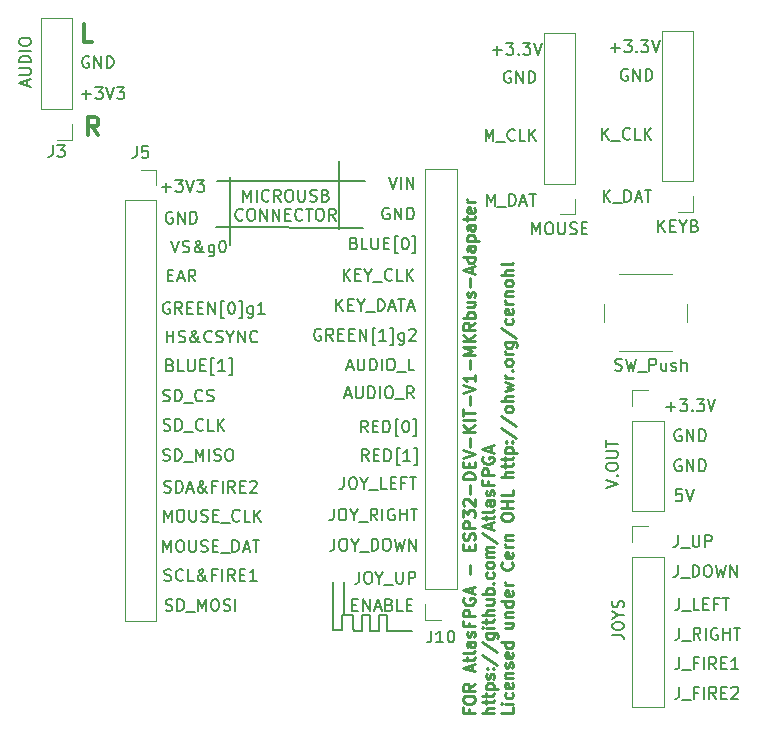
<source format=gto>
G04 #@! TF.GenerationSoftware,KiCad,Pcbnew,(6.0.10)*
G04 #@! TF.CreationDate,2023-06-06T06:07:39+02:00*
G04 #@! TF.ProjectId,RECOLOCADOR_ESP32_DEV_KIT_V1_VERSIONFINAL,5245434f-4c4f-4434-9144-4f525f455350,FINAL*
G04 #@! TF.SameCoordinates,Original*
G04 #@! TF.FileFunction,Legend,Top*
G04 #@! TF.FilePolarity,Positive*
%FSLAX46Y46*%
G04 Gerber Fmt 4.6, Leading zero omitted, Abs format (unit mm)*
G04 Created by KiCad (PCBNEW (6.0.10)) date 2023-06-06 06:07:39*
%MOMM*%
%LPD*%
G01*
G04 APERTURE LIST*
%ADD10C,0.150000*%
%ADD11C,0.300000*%
%ADD12C,0.250000*%
%ADD13C,0.120000*%
%ADD14R,1.700000X1.700000*%
%ADD15O,1.700000X1.700000*%
%ADD16C,2.000000*%
G04 APERTURE END LIST*
D10*
X160600000Y-122635000D02*
X161550000Y-122635000D01*
X162975000Y-122635000D02*
X162975000Y-123935000D01*
X164425000Y-123935000D02*
X166525000Y-123935000D01*
X163675000Y-122635000D02*
X164425000Y-122635000D01*
X159850000Y-119785000D02*
X159850000Y-123885000D01*
X162975000Y-123935000D02*
X163675000Y-123935000D01*
X163675000Y-123935000D02*
X163675000Y-122635000D01*
X161550000Y-122635000D02*
X161550000Y-123685000D01*
X161550000Y-123685000D02*
X161575000Y-123935000D01*
X160725000Y-119835000D02*
X160725000Y-122635000D01*
X159850000Y-123885000D02*
X160600000Y-123885000D01*
X164425000Y-122635000D02*
X164425000Y-123935000D01*
X161575000Y-123935000D02*
X162275000Y-123935000D01*
X162275000Y-123935000D02*
X162275000Y-122635000D01*
X162490000Y-85880000D02*
X149990000Y-85880000D01*
X162275000Y-122635000D02*
X162975000Y-122635000D01*
X160600000Y-123885000D02*
X160600000Y-122635000D01*
X149880000Y-89755000D02*
X162380000Y-89805000D01*
X160370000Y-89950000D02*
X160370000Y-84150000D01*
X151060000Y-85540000D02*
X151060000Y-91290000D01*
X160845238Y-103951666D02*
X161321428Y-103951666D01*
X160750000Y-104237380D02*
X161083333Y-103237380D01*
X161416666Y-104237380D01*
X161750000Y-103237380D02*
X161750000Y-104046904D01*
X161797619Y-104142142D01*
X161845238Y-104189761D01*
X161940476Y-104237380D01*
X162130952Y-104237380D01*
X162226190Y-104189761D01*
X162273809Y-104142142D01*
X162321428Y-104046904D01*
X162321428Y-103237380D01*
X162797619Y-104237380D02*
X162797619Y-103237380D01*
X163035714Y-103237380D01*
X163178571Y-103285000D01*
X163273809Y-103380238D01*
X163321428Y-103475476D01*
X163369047Y-103665952D01*
X163369047Y-103808809D01*
X163321428Y-103999285D01*
X163273809Y-104094523D01*
X163178571Y-104189761D01*
X163035714Y-104237380D01*
X162797619Y-104237380D01*
X163797619Y-104237380D02*
X163797619Y-103237380D01*
X164464285Y-103237380D02*
X164654761Y-103237380D01*
X164750000Y-103285000D01*
X164845238Y-103380238D01*
X164892857Y-103570714D01*
X164892857Y-103904047D01*
X164845238Y-104094523D01*
X164750000Y-104189761D01*
X164654761Y-104237380D01*
X164464285Y-104237380D01*
X164369047Y-104189761D01*
X164273809Y-104094523D01*
X164226190Y-103904047D01*
X164226190Y-103570714D01*
X164273809Y-103380238D01*
X164369047Y-103285000D01*
X164464285Y-103237380D01*
X165083333Y-104332619D02*
X165845238Y-104332619D01*
X166654761Y-104237380D02*
X166321428Y-103761190D01*
X166083333Y-104237380D02*
X166083333Y-103237380D01*
X166464285Y-103237380D01*
X166559523Y-103285000D01*
X166607142Y-103332619D01*
X166654761Y-103427857D01*
X166654761Y-103570714D01*
X166607142Y-103665952D01*
X166559523Y-103713571D01*
X166464285Y-103761190D01*
X166083333Y-103761190D01*
X139148095Y-75330000D02*
X139052857Y-75282380D01*
X138910000Y-75282380D01*
X138767142Y-75330000D01*
X138671904Y-75425238D01*
X138624285Y-75520476D01*
X138576666Y-75710952D01*
X138576666Y-75853809D01*
X138624285Y-76044285D01*
X138671904Y-76139523D01*
X138767142Y-76234761D01*
X138910000Y-76282380D01*
X139005238Y-76282380D01*
X139148095Y-76234761D01*
X139195714Y-76187142D01*
X139195714Y-75853809D01*
X139005238Y-75853809D01*
X139624285Y-76282380D02*
X139624285Y-75282380D01*
X140195714Y-76282380D01*
X140195714Y-75282380D01*
X140671904Y-76282380D02*
X140671904Y-75282380D01*
X140910000Y-75282380D01*
X141052857Y-75330000D01*
X141148095Y-75425238D01*
X141195714Y-75520476D01*
X141243333Y-75710952D01*
X141243333Y-75853809D01*
X141195714Y-76044285D01*
X141148095Y-76139523D01*
X141052857Y-76234761D01*
X140910000Y-76282380D01*
X140671904Y-76282380D01*
X145479761Y-114687380D02*
X145479761Y-113687380D01*
X145813095Y-114401666D01*
X146146428Y-113687380D01*
X146146428Y-114687380D01*
X146813095Y-113687380D02*
X147003571Y-113687380D01*
X147098809Y-113735000D01*
X147194047Y-113830238D01*
X147241666Y-114020714D01*
X147241666Y-114354047D01*
X147194047Y-114544523D01*
X147098809Y-114639761D01*
X147003571Y-114687380D01*
X146813095Y-114687380D01*
X146717857Y-114639761D01*
X146622619Y-114544523D01*
X146575000Y-114354047D01*
X146575000Y-114020714D01*
X146622619Y-113830238D01*
X146717857Y-113735000D01*
X146813095Y-113687380D01*
X147670238Y-113687380D02*
X147670238Y-114496904D01*
X147717857Y-114592142D01*
X147765476Y-114639761D01*
X147860714Y-114687380D01*
X148051190Y-114687380D01*
X148146428Y-114639761D01*
X148194047Y-114592142D01*
X148241666Y-114496904D01*
X148241666Y-113687380D01*
X148670238Y-114639761D02*
X148813095Y-114687380D01*
X149051190Y-114687380D01*
X149146428Y-114639761D01*
X149194047Y-114592142D01*
X149241666Y-114496904D01*
X149241666Y-114401666D01*
X149194047Y-114306428D01*
X149146428Y-114258809D01*
X149051190Y-114211190D01*
X148860714Y-114163571D01*
X148765476Y-114115952D01*
X148717857Y-114068333D01*
X148670238Y-113973095D01*
X148670238Y-113877857D01*
X148717857Y-113782619D01*
X148765476Y-113735000D01*
X148860714Y-113687380D01*
X149098809Y-113687380D01*
X149241666Y-113735000D01*
X149670238Y-114163571D02*
X150003571Y-114163571D01*
X150146428Y-114687380D02*
X149670238Y-114687380D01*
X149670238Y-113687380D01*
X150146428Y-113687380D01*
X150336904Y-114782619D02*
X151098809Y-114782619D01*
X151908333Y-114592142D02*
X151860714Y-114639761D01*
X151717857Y-114687380D01*
X151622619Y-114687380D01*
X151479761Y-114639761D01*
X151384523Y-114544523D01*
X151336904Y-114449285D01*
X151289285Y-114258809D01*
X151289285Y-114115952D01*
X151336904Y-113925476D01*
X151384523Y-113830238D01*
X151479761Y-113735000D01*
X151622619Y-113687380D01*
X151717857Y-113687380D01*
X151860714Y-113735000D01*
X151908333Y-113782619D01*
X152813095Y-114687380D02*
X152336904Y-114687380D01*
X152336904Y-113687380D01*
X153146428Y-114687380D02*
X153146428Y-113687380D01*
X153717857Y-114687380D02*
X153289285Y-114115952D01*
X153717857Y-113687380D02*
X153146428Y-114258809D01*
X182952380Y-111800000D02*
X183952380Y-111466666D01*
X182952380Y-111133333D01*
X183857142Y-110800000D02*
X183904761Y-110752380D01*
X183952380Y-110800000D01*
X183904761Y-110847619D01*
X183857142Y-110800000D01*
X183952380Y-110800000D01*
X182952380Y-110133333D02*
X182952380Y-109942857D01*
X183000000Y-109847619D01*
X183095238Y-109752380D01*
X183285714Y-109704761D01*
X183619047Y-109704761D01*
X183809523Y-109752380D01*
X183904761Y-109847619D01*
X183952380Y-109942857D01*
X183952380Y-110133333D01*
X183904761Y-110228571D01*
X183809523Y-110323809D01*
X183619047Y-110371428D01*
X183285714Y-110371428D01*
X183095238Y-110323809D01*
X183000000Y-110228571D01*
X182952380Y-110133333D01*
X182952380Y-109276190D02*
X183761904Y-109276190D01*
X183857142Y-109228571D01*
X183904761Y-109180952D01*
X183952380Y-109085714D01*
X183952380Y-108895238D01*
X183904761Y-108800000D01*
X183857142Y-108752380D01*
X183761904Y-108704761D01*
X182952380Y-108704761D01*
X182952380Y-108371428D02*
X182952380Y-107800000D01*
X183952380Y-108085714D02*
X182952380Y-108085714D01*
X145832142Y-93828571D02*
X146165476Y-93828571D01*
X146308333Y-94352380D02*
X145832142Y-94352380D01*
X145832142Y-93352380D01*
X146308333Y-93352380D01*
X146689285Y-94066666D02*
X147165476Y-94066666D01*
X146594047Y-94352380D02*
X146927380Y-93352380D01*
X147260714Y-94352380D01*
X148165476Y-94352380D02*
X147832142Y-93876190D01*
X147594047Y-94352380D02*
X147594047Y-93352380D01*
X147975000Y-93352380D01*
X148070238Y-93400000D01*
X148117857Y-93447619D01*
X148165476Y-93542857D01*
X148165476Y-93685714D01*
X148117857Y-93780952D01*
X148070238Y-93828571D01*
X147975000Y-93876190D01*
X147594047Y-93876190D01*
X183452380Y-124285714D02*
X184166666Y-124285714D01*
X184309523Y-124333333D01*
X184404761Y-124428571D01*
X184452380Y-124571428D01*
X184452380Y-124666666D01*
X183452380Y-123619047D02*
X183452380Y-123428571D01*
X183500000Y-123333333D01*
X183595238Y-123238095D01*
X183785714Y-123190476D01*
X184119047Y-123190476D01*
X184309523Y-123238095D01*
X184404761Y-123333333D01*
X184452380Y-123428571D01*
X184452380Y-123619047D01*
X184404761Y-123714285D01*
X184309523Y-123809523D01*
X184119047Y-123857142D01*
X183785714Y-123857142D01*
X183595238Y-123809523D01*
X183500000Y-123714285D01*
X183452380Y-123619047D01*
X183976190Y-122571428D02*
X184452380Y-122571428D01*
X183452380Y-122904761D02*
X183976190Y-122571428D01*
X183452380Y-122238095D01*
X184404761Y-121952380D02*
X184452380Y-121809523D01*
X184452380Y-121571428D01*
X184404761Y-121476190D01*
X184357142Y-121428571D01*
X184261904Y-121380952D01*
X184166666Y-121380952D01*
X184071428Y-121428571D01*
X184023809Y-121476190D01*
X183976190Y-121571428D01*
X183928571Y-121761904D01*
X183880952Y-121857142D01*
X183833333Y-121904761D01*
X183738095Y-121952380D01*
X183642857Y-121952380D01*
X183547619Y-121904761D01*
X183500000Y-121857142D01*
X183452380Y-121761904D01*
X183452380Y-121523809D01*
X183500000Y-121380952D01*
X160088095Y-96837380D02*
X160088095Y-95837380D01*
X160659523Y-96837380D02*
X160230952Y-96265952D01*
X160659523Y-95837380D02*
X160088095Y-96408809D01*
X161088095Y-96313571D02*
X161421428Y-96313571D01*
X161564285Y-96837380D02*
X161088095Y-96837380D01*
X161088095Y-95837380D01*
X161564285Y-95837380D01*
X162183333Y-96361190D02*
X162183333Y-96837380D01*
X161850000Y-95837380D02*
X162183333Y-96361190D01*
X162516666Y-95837380D01*
X162611904Y-96932619D02*
X163373809Y-96932619D01*
X163611904Y-96837380D02*
X163611904Y-95837380D01*
X163850000Y-95837380D01*
X163992857Y-95885000D01*
X164088095Y-95980238D01*
X164135714Y-96075476D01*
X164183333Y-96265952D01*
X164183333Y-96408809D01*
X164135714Y-96599285D01*
X164088095Y-96694523D01*
X163992857Y-96789761D01*
X163850000Y-96837380D01*
X163611904Y-96837380D01*
X164564285Y-96551666D02*
X165040476Y-96551666D01*
X164469047Y-96837380D02*
X164802380Y-95837380D01*
X165135714Y-96837380D01*
X165326190Y-95837380D02*
X165897619Y-95837380D01*
X165611904Y-96837380D02*
X165611904Y-95837380D01*
X166183333Y-96551666D02*
X166659523Y-96551666D01*
X166088095Y-96837380D02*
X166421428Y-95837380D01*
X166754761Y-96837380D01*
X162744285Y-107132380D02*
X162410952Y-106656190D01*
X162172857Y-107132380D02*
X162172857Y-106132380D01*
X162553809Y-106132380D01*
X162649047Y-106180000D01*
X162696666Y-106227619D01*
X162744285Y-106322857D01*
X162744285Y-106465714D01*
X162696666Y-106560952D01*
X162649047Y-106608571D01*
X162553809Y-106656190D01*
X162172857Y-106656190D01*
X163172857Y-106608571D02*
X163506190Y-106608571D01*
X163649047Y-107132380D02*
X163172857Y-107132380D01*
X163172857Y-106132380D01*
X163649047Y-106132380D01*
X164077619Y-107132380D02*
X164077619Y-106132380D01*
X164315714Y-106132380D01*
X164458571Y-106180000D01*
X164553809Y-106275238D01*
X164601428Y-106370476D01*
X164649047Y-106560952D01*
X164649047Y-106703809D01*
X164601428Y-106894285D01*
X164553809Y-106989523D01*
X164458571Y-107084761D01*
X164315714Y-107132380D01*
X164077619Y-107132380D01*
X165363333Y-107465714D02*
X165125238Y-107465714D01*
X165125238Y-106037142D01*
X165363333Y-106037142D01*
X165934761Y-106132380D02*
X166030000Y-106132380D01*
X166125238Y-106180000D01*
X166172857Y-106227619D01*
X166220476Y-106322857D01*
X166268095Y-106513333D01*
X166268095Y-106751428D01*
X166220476Y-106941904D01*
X166172857Y-107037142D01*
X166125238Y-107084761D01*
X166030000Y-107132380D01*
X165934761Y-107132380D01*
X165839523Y-107084761D01*
X165791904Y-107037142D01*
X165744285Y-106941904D01*
X165696666Y-106751428D01*
X165696666Y-106513333D01*
X165744285Y-106322857D01*
X165791904Y-106227619D01*
X165839523Y-106180000D01*
X165934761Y-106132380D01*
X166601428Y-107465714D02*
X166839523Y-107465714D01*
X166839523Y-106037142D01*
X166601428Y-106037142D01*
X187357142Y-90152380D02*
X187357142Y-89152380D01*
X187928571Y-90152380D02*
X187500000Y-89580952D01*
X187928571Y-89152380D02*
X187357142Y-89723809D01*
X188357142Y-89628571D02*
X188690476Y-89628571D01*
X188833333Y-90152380D02*
X188357142Y-90152380D01*
X188357142Y-89152380D01*
X188833333Y-89152380D01*
X189452380Y-89676190D02*
X189452380Y-90152380D01*
X189119047Y-89152380D02*
X189452380Y-89676190D01*
X189785714Y-89152380D01*
X190452380Y-89628571D02*
X190595238Y-89676190D01*
X190642857Y-89723809D01*
X190690476Y-89819047D01*
X190690476Y-89961904D01*
X190642857Y-90057142D01*
X190595238Y-90104761D01*
X190500000Y-90152380D01*
X190119047Y-90152380D01*
X190119047Y-89152380D01*
X190452380Y-89152380D01*
X190547619Y-89200000D01*
X190595238Y-89247619D01*
X190642857Y-89342857D01*
X190642857Y-89438095D01*
X190595238Y-89533333D01*
X190547619Y-89580952D01*
X190452380Y-89628571D01*
X190119047Y-89628571D01*
X146047619Y-101428571D02*
X146190476Y-101476190D01*
X146238095Y-101523809D01*
X146285714Y-101619047D01*
X146285714Y-101761904D01*
X146238095Y-101857142D01*
X146190476Y-101904761D01*
X146095238Y-101952380D01*
X145714285Y-101952380D01*
X145714285Y-100952380D01*
X146047619Y-100952380D01*
X146142857Y-101000000D01*
X146190476Y-101047619D01*
X146238095Y-101142857D01*
X146238095Y-101238095D01*
X146190476Y-101333333D01*
X146142857Y-101380952D01*
X146047619Y-101428571D01*
X145714285Y-101428571D01*
X147190476Y-101952380D02*
X146714285Y-101952380D01*
X146714285Y-100952380D01*
X147523809Y-100952380D02*
X147523809Y-101761904D01*
X147571428Y-101857142D01*
X147619047Y-101904761D01*
X147714285Y-101952380D01*
X147904761Y-101952380D01*
X148000000Y-101904761D01*
X148047619Y-101857142D01*
X148095238Y-101761904D01*
X148095238Y-100952380D01*
X148571428Y-101428571D02*
X148904761Y-101428571D01*
X149047619Y-101952380D02*
X148571428Y-101952380D01*
X148571428Y-100952380D01*
X149047619Y-100952380D01*
X149761904Y-102285714D02*
X149523809Y-102285714D01*
X149523809Y-100857142D01*
X149761904Y-100857142D01*
X150666666Y-101952380D02*
X150095238Y-101952380D01*
X150380952Y-101952380D02*
X150380952Y-100952380D01*
X150285714Y-101095238D01*
X150190476Y-101190476D01*
X150095238Y-101238095D01*
X151000000Y-102285714D02*
X151238095Y-102285714D01*
X151238095Y-100857142D01*
X151000000Y-100857142D01*
X145545238Y-119659761D02*
X145688095Y-119707380D01*
X145926190Y-119707380D01*
X146021428Y-119659761D01*
X146069047Y-119612142D01*
X146116666Y-119516904D01*
X146116666Y-119421666D01*
X146069047Y-119326428D01*
X146021428Y-119278809D01*
X145926190Y-119231190D01*
X145735714Y-119183571D01*
X145640476Y-119135952D01*
X145592857Y-119088333D01*
X145545238Y-118993095D01*
X145545238Y-118897857D01*
X145592857Y-118802619D01*
X145640476Y-118755000D01*
X145735714Y-118707380D01*
X145973809Y-118707380D01*
X146116666Y-118755000D01*
X147116666Y-119612142D02*
X147069047Y-119659761D01*
X146926190Y-119707380D01*
X146830952Y-119707380D01*
X146688095Y-119659761D01*
X146592857Y-119564523D01*
X146545238Y-119469285D01*
X146497619Y-119278809D01*
X146497619Y-119135952D01*
X146545238Y-118945476D01*
X146592857Y-118850238D01*
X146688095Y-118755000D01*
X146830952Y-118707380D01*
X146926190Y-118707380D01*
X147069047Y-118755000D01*
X147116666Y-118802619D01*
X148021428Y-119707380D02*
X147545238Y-119707380D01*
X147545238Y-118707380D01*
X149164285Y-119707380D02*
X149116666Y-119707380D01*
X149021428Y-119659761D01*
X148878571Y-119516904D01*
X148640476Y-119231190D01*
X148545238Y-119088333D01*
X148497619Y-118945476D01*
X148497619Y-118850238D01*
X148545238Y-118755000D01*
X148640476Y-118707380D01*
X148688095Y-118707380D01*
X148783333Y-118755000D01*
X148830952Y-118850238D01*
X148830952Y-118897857D01*
X148783333Y-118993095D01*
X148735714Y-119040714D01*
X148450000Y-119231190D01*
X148402380Y-119278809D01*
X148354761Y-119374047D01*
X148354761Y-119516904D01*
X148402380Y-119612142D01*
X148450000Y-119659761D01*
X148545238Y-119707380D01*
X148688095Y-119707380D01*
X148783333Y-119659761D01*
X148830952Y-119612142D01*
X148973809Y-119421666D01*
X149021428Y-119278809D01*
X149021428Y-119183571D01*
X149926190Y-119183571D02*
X149592857Y-119183571D01*
X149592857Y-119707380D02*
X149592857Y-118707380D01*
X150069047Y-118707380D01*
X150450000Y-119707380D02*
X150450000Y-118707380D01*
X151497619Y-119707380D02*
X151164285Y-119231190D01*
X150926190Y-119707380D02*
X150926190Y-118707380D01*
X151307142Y-118707380D01*
X151402380Y-118755000D01*
X151450000Y-118802619D01*
X151497619Y-118897857D01*
X151497619Y-119040714D01*
X151450000Y-119135952D01*
X151402380Y-119183571D01*
X151307142Y-119231190D01*
X150926190Y-119231190D01*
X151926190Y-119183571D02*
X152259523Y-119183571D01*
X152402380Y-119707380D02*
X151926190Y-119707380D01*
X151926190Y-118707380D01*
X152402380Y-118707380D01*
X153354761Y-119707380D02*
X152783333Y-119707380D01*
X153069047Y-119707380D02*
X153069047Y-118707380D01*
X152973809Y-118850238D01*
X152878571Y-118945476D01*
X152783333Y-118993095D01*
X162035714Y-118937380D02*
X162035714Y-119651666D01*
X161988095Y-119794523D01*
X161892857Y-119889761D01*
X161750000Y-119937380D01*
X161654761Y-119937380D01*
X162702380Y-118937380D02*
X162892857Y-118937380D01*
X162988095Y-118985000D01*
X163083333Y-119080238D01*
X163130952Y-119270714D01*
X163130952Y-119604047D01*
X163083333Y-119794523D01*
X162988095Y-119889761D01*
X162892857Y-119937380D01*
X162702380Y-119937380D01*
X162607142Y-119889761D01*
X162511904Y-119794523D01*
X162464285Y-119604047D01*
X162464285Y-119270714D01*
X162511904Y-119080238D01*
X162607142Y-118985000D01*
X162702380Y-118937380D01*
X163750000Y-119461190D02*
X163750000Y-119937380D01*
X163416666Y-118937380D02*
X163750000Y-119461190D01*
X164083333Y-118937380D01*
X164178571Y-120032619D02*
X164940476Y-120032619D01*
X165178571Y-118937380D02*
X165178571Y-119746904D01*
X165226190Y-119842142D01*
X165273809Y-119889761D01*
X165369047Y-119937380D01*
X165559523Y-119937380D01*
X165654761Y-119889761D01*
X165702380Y-119842142D01*
X165750000Y-119746904D01*
X165750000Y-118937380D01*
X166226190Y-119937380D02*
X166226190Y-118937380D01*
X166607142Y-118937380D01*
X166702380Y-118985000D01*
X166750000Y-119032619D01*
X166797619Y-119127857D01*
X166797619Y-119270714D01*
X166750000Y-119365952D01*
X166702380Y-119413571D01*
X166607142Y-119461190D01*
X166226190Y-119461190D01*
D11*
X139444285Y-74048571D02*
X138730000Y-74048571D01*
X138730000Y-72548571D01*
D10*
X159940476Y-116137380D02*
X159940476Y-116851666D01*
X159892857Y-116994523D01*
X159797619Y-117089761D01*
X159654761Y-117137380D01*
X159559523Y-117137380D01*
X160607142Y-116137380D02*
X160797619Y-116137380D01*
X160892857Y-116185000D01*
X160988095Y-116280238D01*
X161035714Y-116470714D01*
X161035714Y-116804047D01*
X160988095Y-116994523D01*
X160892857Y-117089761D01*
X160797619Y-117137380D01*
X160607142Y-117137380D01*
X160511904Y-117089761D01*
X160416666Y-116994523D01*
X160369047Y-116804047D01*
X160369047Y-116470714D01*
X160416666Y-116280238D01*
X160511904Y-116185000D01*
X160607142Y-116137380D01*
X161654761Y-116661190D02*
X161654761Y-117137380D01*
X161321428Y-116137380D02*
X161654761Y-116661190D01*
X161988095Y-116137380D01*
X162083333Y-117232619D02*
X162845238Y-117232619D01*
X163083333Y-117137380D02*
X163083333Y-116137380D01*
X163321428Y-116137380D01*
X163464285Y-116185000D01*
X163559523Y-116280238D01*
X163607142Y-116375476D01*
X163654761Y-116565952D01*
X163654761Y-116708809D01*
X163607142Y-116899285D01*
X163559523Y-116994523D01*
X163464285Y-117089761D01*
X163321428Y-117137380D01*
X163083333Y-117137380D01*
X164273809Y-116137380D02*
X164464285Y-116137380D01*
X164559523Y-116185000D01*
X164654761Y-116280238D01*
X164702380Y-116470714D01*
X164702380Y-116804047D01*
X164654761Y-116994523D01*
X164559523Y-117089761D01*
X164464285Y-117137380D01*
X164273809Y-117137380D01*
X164178571Y-117089761D01*
X164083333Y-116994523D01*
X164035714Y-116804047D01*
X164035714Y-116470714D01*
X164083333Y-116280238D01*
X164178571Y-116185000D01*
X164273809Y-116137380D01*
X165035714Y-116137380D02*
X165273809Y-117137380D01*
X165464285Y-116423095D01*
X165654761Y-117137380D01*
X165892857Y-116137380D01*
X166273809Y-117137380D02*
X166273809Y-116137380D01*
X166845238Y-117137380D01*
X166845238Y-116137380D01*
D11*
X139954285Y-81948571D02*
X139454285Y-81234285D01*
X139097142Y-81948571D02*
X139097142Y-80448571D01*
X139668571Y-80448571D01*
X139811428Y-80520000D01*
X139882857Y-80591428D01*
X139954285Y-80734285D01*
X139954285Y-80948571D01*
X139882857Y-81091428D01*
X139811428Y-81162857D01*
X139668571Y-81234285D01*
X139097142Y-81234285D01*
D10*
X145423809Y-109489761D02*
X145566666Y-109537380D01*
X145804761Y-109537380D01*
X145900000Y-109489761D01*
X145947619Y-109442142D01*
X145995238Y-109346904D01*
X145995238Y-109251666D01*
X145947619Y-109156428D01*
X145900000Y-109108809D01*
X145804761Y-109061190D01*
X145614285Y-109013571D01*
X145519047Y-108965952D01*
X145471428Y-108918333D01*
X145423809Y-108823095D01*
X145423809Y-108727857D01*
X145471428Y-108632619D01*
X145519047Y-108585000D01*
X145614285Y-108537380D01*
X145852380Y-108537380D01*
X145995238Y-108585000D01*
X146423809Y-109537380D02*
X146423809Y-108537380D01*
X146661904Y-108537380D01*
X146804761Y-108585000D01*
X146900000Y-108680238D01*
X146947619Y-108775476D01*
X146995238Y-108965952D01*
X146995238Y-109108809D01*
X146947619Y-109299285D01*
X146900000Y-109394523D01*
X146804761Y-109489761D01*
X146661904Y-109537380D01*
X146423809Y-109537380D01*
X147185714Y-109632619D02*
X147947619Y-109632619D01*
X148185714Y-109537380D02*
X148185714Y-108537380D01*
X148519047Y-109251666D01*
X148852380Y-108537380D01*
X148852380Y-109537380D01*
X149328571Y-109537380D02*
X149328571Y-108537380D01*
X149757142Y-109489761D02*
X149900000Y-109537380D01*
X150138095Y-109537380D01*
X150233333Y-109489761D01*
X150280952Y-109442142D01*
X150328571Y-109346904D01*
X150328571Y-109251666D01*
X150280952Y-109156428D01*
X150233333Y-109108809D01*
X150138095Y-109061190D01*
X149947619Y-109013571D01*
X149852380Y-108965952D01*
X149804761Y-108918333D01*
X149757142Y-108823095D01*
X149757142Y-108727857D01*
X149804761Y-108632619D01*
X149852380Y-108585000D01*
X149947619Y-108537380D01*
X150185714Y-108537380D01*
X150328571Y-108585000D01*
X150947619Y-108537380D02*
X151138095Y-108537380D01*
X151233333Y-108585000D01*
X151328571Y-108680238D01*
X151376190Y-108870714D01*
X151376190Y-109204047D01*
X151328571Y-109394523D01*
X151233333Y-109489761D01*
X151138095Y-109537380D01*
X150947619Y-109537380D01*
X150852380Y-109489761D01*
X150757142Y-109394523D01*
X150709523Y-109204047D01*
X150709523Y-108870714D01*
X150757142Y-108680238D01*
X150852380Y-108585000D01*
X150947619Y-108537380D01*
X160990476Y-101601666D02*
X161466666Y-101601666D01*
X160895238Y-101887380D02*
X161228571Y-100887380D01*
X161561904Y-101887380D01*
X161895238Y-100887380D02*
X161895238Y-101696904D01*
X161942857Y-101792142D01*
X161990476Y-101839761D01*
X162085714Y-101887380D01*
X162276190Y-101887380D01*
X162371428Y-101839761D01*
X162419047Y-101792142D01*
X162466666Y-101696904D01*
X162466666Y-100887380D01*
X162942857Y-101887380D02*
X162942857Y-100887380D01*
X163180952Y-100887380D01*
X163323809Y-100935000D01*
X163419047Y-101030238D01*
X163466666Y-101125476D01*
X163514285Y-101315952D01*
X163514285Y-101458809D01*
X163466666Y-101649285D01*
X163419047Y-101744523D01*
X163323809Y-101839761D01*
X163180952Y-101887380D01*
X162942857Y-101887380D01*
X163942857Y-101887380D02*
X163942857Y-100887380D01*
X164609523Y-100887380D02*
X164800000Y-100887380D01*
X164895238Y-100935000D01*
X164990476Y-101030238D01*
X165038095Y-101220714D01*
X165038095Y-101554047D01*
X164990476Y-101744523D01*
X164895238Y-101839761D01*
X164800000Y-101887380D01*
X164609523Y-101887380D01*
X164514285Y-101839761D01*
X164419047Y-101744523D01*
X164371428Y-101554047D01*
X164371428Y-101220714D01*
X164419047Y-101030238D01*
X164514285Y-100935000D01*
X164609523Y-100887380D01*
X165228571Y-101982619D02*
X165990476Y-101982619D01*
X166704761Y-101887380D02*
X166228571Y-101887380D01*
X166228571Y-100887380D01*
X133946666Y-77763809D02*
X133946666Y-77287619D01*
X134232380Y-77859047D02*
X133232380Y-77525714D01*
X134232380Y-77192380D01*
X133232380Y-76859047D02*
X134041904Y-76859047D01*
X134137142Y-76811428D01*
X134184761Y-76763809D01*
X134232380Y-76668571D01*
X134232380Y-76478095D01*
X134184761Y-76382857D01*
X134137142Y-76335238D01*
X134041904Y-76287619D01*
X133232380Y-76287619D01*
X134232380Y-75811428D02*
X133232380Y-75811428D01*
X133232380Y-75573333D01*
X133280000Y-75430476D01*
X133375238Y-75335238D01*
X133470476Y-75287619D01*
X133660952Y-75240000D01*
X133803809Y-75240000D01*
X133994285Y-75287619D01*
X134089523Y-75335238D01*
X134184761Y-75430476D01*
X134232380Y-75573333D01*
X134232380Y-75811428D01*
X134232380Y-74811428D02*
X133232380Y-74811428D01*
X133232380Y-74144761D02*
X133232380Y-73954285D01*
X133280000Y-73859047D01*
X133375238Y-73763809D01*
X133565714Y-73716190D01*
X133899047Y-73716190D01*
X134089523Y-73763809D01*
X134184761Y-73859047D01*
X134232380Y-73954285D01*
X134232380Y-74144761D01*
X134184761Y-74240000D01*
X134089523Y-74335238D01*
X133899047Y-74382857D01*
X133565714Y-74382857D01*
X133375238Y-74335238D01*
X133280000Y-74240000D01*
X133232380Y-74144761D01*
D12*
X171318571Y-130566071D02*
X171318571Y-130899404D01*
X171842380Y-130899404D02*
X170842380Y-130899404D01*
X170842380Y-130423214D01*
X170842380Y-129851785D02*
X170842380Y-129661309D01*
X170890000Y-129566071D01*
X170985238Y-129470833D01*
X171175714Y-129423214D01*
X171509047Y-129423214D01*
X171699523Y-129470833D01*
X171794761Y-129566071D01*
X171842380Y-129661309D01*
X171842380Y-129851785D01*
X171794761Y-129947023D01*
X171699523Y-130042261D01*
X171509047Y-130089880D01*
X171175714Y-130089880D01*
X170985238Y-130042261D01*
X170890000Y-129947023D01*
X170842380Y-129851785D01*
X171842380Y-128423214D02*
X171366190Y-128756547D01*
X171842380Y-128994642D02*
X170842380Y-128994642D01*
X170842380Y-128613690D01*
X170890000Y-128518452D01*
X170937619Y-128470833D01*
X171032857Y-128423214D01*
X171175714Y-128423214D01*
X171270952Y-128470833D01*
X171318571Y-128518452D01*
X171366190Y-128613690D01*
X171366190Y-128994642D01*
X171556666Y-127280357D02*
X171556666Y-126804166D01*
X171842380Y-127375595D02*
X170842380Y-127042261D01*
X171842380Y-126708928D01*
X171175714Y-126518452D02*
X171175714Y-126137500D01*
X170842380Y-126375595D02*
X171699523Y-126375595D01*
X171794761Y-126327976D01*
X171842380Y-126232738D01*
X171842380Y-126137500D01*
X171842380Y-125661309D02*
X171794761Y-125756547D01*
X171699523Y-125804166D01*
X170842380Y-125804166D01*
X171842380Y-124851785D02*
X171318571Y-124851785D01*
X171223333Y-124899404D01*
X171175714Y-124994642D01*
X171175714Y-125185119D01*
X171223333Y-125280357D01*
X171794761Y-124851785D02*
X171842380Y-124947023D01*
X171842380Y-125185119D01*
X171794761Y-125280357D01*
X171699523Y-125327976D01*
X171604285Y-125327976D01*
X171509047Y-125280357D01*
X171461428Y-125185119D01*
X171461428Y-124947023D01*
X171413809Y-124851785D01*
X171794761Y-124423214D02*
X171842380Y-124327976D01*
X171842380Y-124137500D01*
X171794761Y-124042261D01*
X171699523Y-123994642D01*
X171651904Y-123994642D01*
X171556666Y-124042261D01*
X171509047Y-124137500D01*
X171509047Y-124280357D01*
X171461428Y-124375595D01*
X171366190Y-124423214D01*
X171318571Y-124423214D01*
X171223333Y-124375595D01*
X171175714Y-124280357D01*
X171175714Y-124137500D01*
X171223333Y-124042261D01*
X171318571Y-123232738D02*
X171318571Y-123566071D01*
X171842380Y-123566071D02*
X170842380Y-123566071D01*
X170842380Y-123089880D01*
X171842380Y-122708928D02*
X170842380Y-122708928D01*
X170842380Y-122327976D01*
X170890000Y-122232738D01*
X170937619Y-122185119D01*
X171032857Y-122137500D01*
X171175714Y-122137500D01*
X171270952Y-122185119D01*
X171318571Y-122232738D01*
X171366190Y-122327976D01*
X171366190Y-122708928D01*
X170890000Y-121185119D02*
X170842380Y-121280357D01*
X170842380Y-121423214D01*
X170890000Y-121566071D01*
X170985238Y-121661309D01*
X171080476Y-121708928D01*
X171270952Y-121756547D01*
X171413809Y-121756547D01*
X171604285Y-121708928D01*
X171699523Y-121661309D01*
X171794761Y-121566071D01*
X171842380Y-121423214D01*
X171842380Y-121327976D01*
X171794761Y-121185119D01*
X171747142Y-121137500D01*
X171413809Y-121137500D01*
X171413809Y-121327976D01*
X171556666Y-120756547D02*
X171556666Y-120280357D01*
X171842380Y-120851785D02*
X170842380Y-120518452D01*
X171842380Y-120185119D01*
X171461428Y-119089880D02*
X171461428Y-118327976D01*
X171318571Y-117089880D02*
X171318571Y-116756547D01*
X171842380Y-116613690D02*
X171842380Y-117089880D01*
X170842380Y-117089880D01*
X170842380Y-116613690D01*
X171794761Y-116232738D02*
X171842380Y-116089880D01*
X171842380Y-115851785D01*
X171794761Y-115756547D01*
X171747142Y-115708928D01*
X171651904Y-115661309D01*
X171556666Y-115661309D01*
X171461428Y-115708928D01*
X171413809Y-115756547D01*
X171366190Y-115851785D01*
X171318571Y-116042261D01*
X171270952Y-116137500D01*
X171223333Y-116185119D01*
X171128095Y-116232738D01*
X171032857Y-116232738D01*
X170937619Y-116185119D01*
X170890000Y-116137500D01*
X170842380Y-116042261D01*
X170842380Y-115804166D01*
X170890000Y-115661309D01*
X171842380Y-115232738D02*
X170842380Y-115232738D01*
X170842380Y-114851785D01*
X170890000Y-114756547D01*
X170937619Y-114708928D01*
X171032857Y-114661309D01*
X171175714Y-114661309D01*
X171270952Y-114708928D01*
X171318571Y-114756547D01*
X171366190Y-114851785D01*
X171366190Y-115232738D01*
X170842380Y-114327976D02*
X170842380Y-113708928D01*
X171223333Y-114042261D01*
X171223333Y-113899404D01*
X171270952Y-113804166D01*
X171318571Y-113756547D01*
X171413809Y-113708928D01*
X171651904Y-113708928D01*
X171747142Y-113756547D01*
X171794761Y-113804166D01*
X171842380Y-113899404D01*
X171842380Y-114185119D01*
X171794761Y-114280357D01*
X171747142Y-114327976D01*
X170937619Y-113327976D02*
X170890000Y-113280357D01*
X170842380Y-113185119D01*
X170842380Y-112947023D01*
X170890000Y-112851785D01*
X170937619Y-112804166D01*
X171032857Y-112756547D01*
X171128095Y-112756547D01*
X171270952Y-112804166D01*
X171842380Y-113375595D01*
X171842380Y-112756547D01*
X171461428Y-112327976D02*
X171461428Y-111566071D01*
X171842380Y-111089880D02*
X170842380Y-111089880D01*
X170842380Y-110851785D01*
X170890000Y-110708928D01*
X170985238Y-110613690D01*
X171080476Y-110566071D01*
X171270952Y-110518452D01*
X171413809Y-110518452D01*
X171604285Y-110566071D01*
X171699523Y-110613690D01*
X171794761Y-110708928D01*
X171842380Y-110851785D01*
X171842380Y-111089880D01*
X171318571Y-110089880D02*
X171318571Y-109756547D01*
X171842380Y-109613690D02*
X171842380Y-110089880D01*
X170842380Y-110089880D01*
X170842380Y-109613690D01*
X170842380Y-109327976D02*
X171842380Y-108994642D01*
X170842380Y-108661309D01*
X171461428Y-108327976D02*
X171461428Y-107566071D01*
X171842380Y-107089880D02*
X170842380Y-107089880D01*
X171842380Y-106518452D02*
X171270952Y-106947023D01*
X170842380Y-106518452D02*
X171413809Y-107089880D01*
X171842380Y-106089880D02*
X170842380Y-106089880D01*
X170842380Y-105756547D02*
X170842380Y-105185119D01*
X171842380Y-105470833D02*
X170842380Y-105470833D01*
X171461428Y-104851785D02*
X171461428Y-104089880D01*
X170842380Y-103756547D02*
X171842380Y-103423214D01*
X170842380Y-103089880D01*
X171842380Y-102232738D02*
X171842380Y-102804166D01*
X171842380Y-102518452D02*
X170842380Y-102518452D01*
X170985238Y-102613690D01*
X171080476Y-102708928D01*
X171128095Y-102804166D01*
X171461428Y-101804166D02*
X171461428Y-101042261D01*
X171842380Y-100566071D02*
X170842380Y-100566071D01*
X171556666Y-100232738D01*
X170842380Y-99899404D01*
X171842380Y-99899404D01*
X171842380Y-99423214D02*
X170842380Y-99423214D01*
X171842380Y-98851785D02*
X171270952Y-99280357D01*
X170842380Y-98851785D02*
X171413809Y-99423214D01*
X171842380Y-97851785D02*
X171366190Y-98185119D01*
X171842380Y-98423214D02*
X170842380Y-98423214D01*
X170842380Y-98042261D01*
X170890000Y-97947023D01*
X170937619Y-97899404D01*
X171032857Y-97851785D01*
X171175714Y-97851785D01*
X171270952Y-97899404D01*
X171318571Y-97947023D01*
X171366190Y-98042261D01*
X171366190Y-98423214D01*
X171842380Y-97423214D02*
X170842380Y-97423214D01*
X171223333Y-97423214D02*
X171175714Y-97327976D01*
X171175714Y-97137500D01*
X171223333Y-97042261D01*
X171270952Y-96994642D01*
X171366190Y-96947023D01*
X171651904Y-96947023D01*
X171747142Y-96994642D01*
X171794761Y-97042261D01*
X171842380Y-97137500D01*
X171842380Y-97327976D01*
X171794761Y-97423214D01*
X171175714Y-96089880D02*
X171842380Y-96089880D01*
X171175714Y-96518452D02*
X171699523Y-96518452D01*
X171794761Y-96470833D01*
X171842380Y-96375595D01*
X171842380Y-96232738D01*
X171794761Y-96137500D01*
X171747142Y-96089880D01*
X171794761Y-95661309D02*
X171842380Y-95566071D01*
X171842380Y-95375595D01*
X171794761Y-95280357D01*
X171699523Y-95232738D01*
X171651904Y-95232738D01*
X171556666Y-95280357D01*
X171509047Y-95375595D01*
X171509047Y-95518452D01*
X171461428Y-95613690D01*
X171366190Y-95661309D01*
X171318571Y-95661309D01*
X171223333Y-95613690D01*
X171175714Y-95518452D01*
X171175714Y-95375595D01*
X171223333Y-95280357D01*
X171461428Y-94804166D02*
X171461428Y-94042261D01*
X171556666Y-93613690D02*
X171556666Y-93137500D01*
X171842380Y-93708928D02*
X170842380Y-93375595D01*
X171842380Y-93042261D01*
X171842380Y-92280357D02*
X170842380Y-92280357D01*
X171794761Y-92280357D02*
X171842380Y-92375595D01*
X171842380Y-92566071D01*
X171794761Y-92661309D01*
X171747142Y-92708928D01*
X171651904Y-92756547D01*
X171366190Y-92756547D01*
X171270952Y-92708928D01*
X171223333Y-92661309D01*
X171175714Y-92566071D01*
X171175714Y-92375595D01*
X171223333Y-92280357D01*
X171842380Y-91375595D02*
X171318571Y-91375595D01*
X171223333Y-91423214D01*
X171175714Y-91518452D01*
X171175714Y-91708928D01*
X171223333Y-91804166D01*
X171794761Y-91375595D02*
X171842380Y-91470833D01*
X171842380Y-91708928D01*
X171794761Y-91804166D01*
X171699523Y-91851785D01*
X171604285Y-91851785D01*
X171509047Y-91804166D01*
X171461428Y-91708928D01*
X171461428Y-91470833D01*
X171413809Y-91375595D01*
X171175714Y-90899404D02*
X172175714Y-90899404D01*
X171223333Y-90899404D02*
X171175714Y-90804166D01*
X171175714Y-90613690D01*
X171223333Y-90518452D01*
X171270952Y-90470833D01*
X171366190Y-90423214D01*
X171651904Y-90423214D01*
X171747142Y-90470833D01*
X171794761Y-90518452D01*
X171842380Y-90613690D01*
X171842380Y-90804166D01*
X171794761Y-90899404D01*
X171842380Y-89566071D02*
X171318571Y-89566071D01*
X171223333Y-89613690D01*
X171175714Y-89708928D01*
X171175714Y-89899404D01*
X171223333Y-89994642D01*
X171794761Y-89566071D02*
X171842380Y-89661309D01*
X171842380Y-89899404D01*
X171794761Y-89994642D01*
X171699523Y-90042261D01*
X171604285Y-90042261D01*
X171509047Y-89994642D01*
X171461428Y-89899404D01*
X171461428Y-89661309D01*
X171413809Y-89566071D01*
X171175714Y-89232738D02*
X171175714Y-88851785D01*
X170842380Y-89089880D02*
X171699523Y-89089880D01*
X171794761Y-89042261D01*
X171842380Y-88947023D01*
X171842380Y-88851785D01*
X171794761Y-88137500D02*
X171842380Y-88232738D01*
X171842380Y-88423214D01*
X171794761Y-88518452D01*
X171699523Y-88566071D01*
X171318571Y-88566071D01*
X171223333Y-88518452D01*
X171175714Y-88423214D01*
X171175714Y-88232738D01*
X171223333Y-88137500D01*
X171318571Y-88089880D01*
X171413809Y-88089880D01*
X171509047Y-88566071D01*
X171842380Y-87661309D02*
X171175714Y-87661309D01*
X171366190Y-87661309D02*
X171270952Y-87613690D01*
X171223333Y-87566071D01*
X171175714Y-87470833D01*
X171175714Y-87375595D01*
X173452380Y-130899404D02*
X172452380Y-130899404D01*
X173452380Y-130470833D02*
X172928571Y-130470833D01*
X172833333Y-130518452D01*
X172785714Y-130613690D01*
X172785714Y-130756547D01*
X172833333Y-130851785D01*
X172880952Y-130899404D01*
X172785714Y-130137500D02*
X172785714Y-129756547D01*
X172452380Y-129994642D02*
X173309523Y-129994642D01*
X173404761Y-129947023D01*
X173452380Y-129851785D01*
X173452380Y-129756547D01*
X172785714Y-129566071D02*
X172785714Y-129185119D01*
X172452380Y-129423214D02*
X173309523Y-129423214D01*
X173404761Y-129375595D01*
X173452380Y-129280357D01*
X173452380Y-129185119D01*
X172785714Y-128851785D02*
X173785714Y-128851785D01*
X172833333Y-128851785D02*
X172785714Y-128756547D01*
X172785714Y-128566071D01*
X172833333Y-128470833D01*
X172880952Y-128423214D01*
X172976190Y-128375595D01*
X173261904Y-128375595D01*
X173357142Y-128423214D01*
X173404761Y-128470833D01*
X173452380Y-128566071D01*
X173452380Y-128756547D01*
X173404761Y-128851785D01*
X173404761Y-127994642D02*
X173452380Y-127899404D01*
X173452380Y-127708928D01*
X173404761Y-127613690D01*
X173309523Y-127566071D01*
X173261904Y-127566071D01*
X173166666Y-127613690D01*
X173119047Y-127708928D01*
X173119047Y-127851785D01*
X173071428Y-127947023D01*
X172976190Y-127994642D01*
X172928571Y-127994642D01*
X172833333Y-127947023D01*
X172785714Y-127851785D01*
X172785714Y-127708928D01*
X172833333Y-127613690D01*
X173357142Y-127137500D02*
X173404761Y-127089880D01*
X173452380Y-127137500D01*
X173404761Y-127185119D01*
X173357142Y-127137500D01*
X173452380Y-127137500D01*
X172833333Y-127137500D02*
X172880952Y-127089880D01*
X172928571Y-127137500D01*
X172880952Y-127185119D01*
X172833333Y-127137500D01*
X172928571Y-127137500D01*
X172404761Y-125947023D02*
X173690476Y-126804166D01*
X172404761Y-124899404D02*
X173690476Y-125756547D01*
X172785714Y-124137500D02*
X173595238Y-124137500D01*
X173690476Y-124185119D01*
X173738095Y-124232738D01*
X173785714Y-124327976D01*
X173785714Y-124470833D01*
X173738095Y-124566071D01*
X173404761Y-124137500D02*
X173452380Y-124232738D01*
X173452380Y-124423214D01*
X173404761Y-124518452D01*
X173357142Y-124566071D01*
X173261904Y-124613690D01*
X172976190Y-124613690D01*
X172880952Y-124566071D01*
X172833333Y-124518452D01*
X172785714Y-124423214D01*
X172785714Y-124232738D01*
X172833333Y-124137500D01*
X173452380Y-123661309D02*
X172785714Y-123661309D01*
X172452380Y-123661309D02*
X172500000Y-123708928D01*
X172547619Y-123661309D01*
X172500000Y-123613690D01*
X172452380Y-123661309D01*
X172547619Y-123661309D01*
X172785714Y-123327976D02*
X172785714Y-122947023D01*
X172452380Y-123185119D02*
X173309523Y-123185119D01*
X173404761Y-123137500D01*
X173452380Y-123042261D01*
X173452380Y-122947023D01*
X173452380Y-122613690D02*
X172452380Y-122613690D01*
X173452380Y-122185119D02*
X172928571Y-122185119D01*
X172833333Y-122232738D01*
X172785714Y-122327976D01*
X172785714Y-122470833D01*
X172833333Y-122566071D01*
X172880952Y-122613690D01*
X172785714Y-121280357D02*
X173452380Y-121280357D01*
X172785714Y-121708928D02*
X173309523Y-121708928D01*
X173404761Y-121661309D01*
X173452380Y-121566071D01*
X173452380Y-121423214D01*
X173404761Y-121327976D01*
X173357142Y-121280357D01*
X173452380Y-120804166D02*
X172452380Y-120804166D01*
X172833333Y-120804166D02*
X172785714Y-120708928D01*
X172785714Y-120518452D01*
X172833333Y-120423214D01*
X172880952Y-120375595D01*
X172976190Y-120327976D01*
X173261904Y-120327976D01*
X173357142Y-120375595D01*
X173404761Y-120423214D01*
X173452380Y-120518452D01*
X173452380Y-120708928D01*
X173404761Y-120804166D01*
X173357142Y-119899404D02*
X173404761Y-119851785D01*
X173452380Y-119899404D01*
X173404761Y-119947023D01*
X173357142Y-119899404D01*
X173452380Y-119899404D01*
X173404761Y-118994642D02*
X173452380Y-119089880D01*
X173452380Y-119280357D01*
X173404761Y-119375595D01*
X173357142Y-119423214D01*
X173261904Y-119470833D01*
X172976190Y-119470833D01*
X172880952Y-119423214D01*
X172833333Y-119375595D01*
X172785714Y-119280357D01*
X172785714Y-119089880D01*
X172833333Y-118994642D01*
X173452380Y-118423214D02*
X173404761Y-118518452D01*
X173357142Y-118566071D01*
X173261904Y-118613690D01*
X172976190Y-118613690D01*
X172880952Y-118566071D01*
X172833333Y-118518452D01*
X172785714Y-118423214D01*
X172785714Y-118280357D01*
X172833333Y-118185119D01*
X172880952Y-118137500D01*
X172976190Y-118089880D01*
X173261904Y-118089880D01*
X173357142Y-118137500D01*
X173404761Y-118185119D01*
X173452380Y-118280357D01*
X173452380Y-118423214D01*
X173452380Y-117661309D02*
X172785714Y-117661309D01*
X172880952Y-117661309D02*
X172833333Y-117613690D01*
X172785714Y-117518452D01*
X172785714Y-117375595D01*
X172833333Y-117280357D01*
X172928571Y-117232738D01*
X173452380Y-117232738D01*
X172928571Y-117232738D02*
X172833333Y-117185119D01*
X172785714Y-117089880D01*
X172785714Y-116947023D01*
X172833333Y-116851785D01*
X172928571Y-116804166D01*
X173452380Y-116804166D01*
X172404761Y-115613690D02*
X173690476Y-116470833D01*
X173166666Y-115327976D02*
X173166666Y-114851785D01*
X173452380Y-115423214D02*
X172452380Y-115089880D01*
X173452380Y-114756547D01*
X172785714Y-114566071D02*
X172785714Y-114185119D01*
X172452380Y-114423214D02*
X173309523Y-114423214D01*
X173404761Y-114375595D01*
X173452380Y-114280357D01*
X173452380Y-114185119D01*
X173452380Y-113708928D02*
X173404761Y-113804166D01*
X173309523Y-113851785D01*
X172452380Y-113851785D01*
X173452380Y-112899404D02*
X172928571Y-112899404D01*
X172833333Y-112947023D01*
X172785714Y-113042261D01*
X172785714Y-113232738D01*
X172833333Y-113327976D01*
X173404761Y-112899404D02*
X173452380Y-112994642D01*
X173452380Y-113232738D01*
X173404761Y-113327976D01*
X173309523Y-113375595D01*
X173214285Y-113375595D01*
X173119047Y-113327976D01*
X173071428Y-113232738D01*
X173071428Y-112994642D01*
X173023809Y-112899404D01*
X173404761Y-112470833D02*
X173452380Y-112375595D01*
X173452380Y-112185119D01*
X173404761Y-112089880D01*
X173309523Y-112042261D01*
X173261904Y-112042261D01*
X173166666Y-112089880D01*
X173119047Y-112185119D01*
X173119047Y-112327976D01*
X173071428Y-112423214D01*
X172976190Y-112470833D01*
X172928571Y-112470833D01*
X172833333Y-112423214D01*
X172785714Y-112327976D01*
X172785714Y-112185119D01*
X172833333Y-112089880D01*
X172928571Y-111280357D02*
X172928571Y-111613690D01*
X173452380Y-111613690D02*
X172452380Y-111613690D01*
X172452380Y-111137500D01*
X173452380Y-110756547D02*
X172452380Y-110756547D01*
X172452380Y-110375595D01*
X172500000Y-110280357D01*
X172547619Y-110232738D01*
X172642857Y-110185119D01*
X172785714Y-110185119D01*
X172880952Y-110232738D01*
X172928571Y-110280357D01*
X172976190Y-110375595D01*
X172976190Y-110756547D01*
X172500000Y-109232738D02*
X172452380Y-109327976D01*
X172452380Y-109470833D01*
X172500000Y-109613690D01*
X172595238Y-109708928D01*
X172690476Y-109756547D01*
X172880952Y-109804166D01*
X173023809Y-109804166D01*
X173214285Y-109756547D01*
X173309523Y-109708928D01*
X173404761Y-109613690D01*
X173452380Y-109470833D01*
X173452380Y-109375595D01*
X173404761Y-109232738D01*
X173357142Y-109185119D01*
X173023809Y-109185119D01*
X173023809Y-109375595D01*
X173166666Y-108804166D02*
X173166666Y-108327976D01*
X173452380Y-108899404D02*
X172452380Y-108566071D01*
X173452380Y-108232738D01*
X175062380Y-130423214D02*
X175062380Y-130899404D01*
X174062380Y-130899404D01*
X175062380Y-130089880D02*
X174395714Y-130089880D01*
X174062380Y-130089880D02*
X174110000Y-130137500D01*
X174157619Y-130089880D01*
X174110000Y-130042261D01*
X174062380Y-130089880D01*
X174157619Y-130089880D01*
X175014761Y-129185119D02*
X175062380Y-129280357D01*
X175062380Y-129470833D01*
X175014761Y-129566071D01*
X174967142Y-129613690D01*
X174871904Y-129661309D01*
X174586190Y-129661309D01*
X174490952Y-129613690D01*
X174443333Y-129566071D01*
X174395714Y-129470833D01*
X174395714Y-129280357D01*
X174443333Y-129185119D01*
X175014761Y-128375595D02*
X175062380Y-128470833D01*
X175062380Y-128661309D01*
X175014761Y-128756547D01*
X174919523Y-128804166D01*
X174538571Y-128804166D01*
X174443333Y-128756547D01*
X174395714Y-128661309D01*
X174395714Y-128470833D01*
X174443333Y-128375595D01*
X174538571Y-128327976D01*
X174633809Y-128327976D01*
X174729047Y-128804166D01*
X174395714Y-127899404D02*
X175062380Y-127899404D01*
X174490952Y-127899404D02*
X174443333Y-127851785D01*
X174395714Y-127756547D01*
X174395714Y-127613690D01*
X174443333Y-127518452D01*
X174538571Y-127470833D01*
X175062380Y-127470833D01*
X175014761Y-127042261D02*
X175062380Y-126947023D01*
X175062380Y-126756547D01*
X175014761Y-126661309D01*
X174919523Y-126613690D01*
X174871904Y-126613690D01*
X174776666Y-126661309D01*
X174729047Y-126756547D01*
X174729047Y-126899404D01*
X174681428Y-126994642D01*
X174586190Y-127042261D01*
X174538571Y-127042261D01*
X174443333Y-126994642D01*
X174395714Y-126899404D01*
X174395714Y-126756547D01*
X174443333Y-126661309D01*
X175014761Y-125804166D02*
X175062380Y-125899404D01*
X175062380Y-126089880D01*
X175014761Y-126185119D01*
X174919523Y-126232738D01*
X174538571Y-126232738D01*
X174443333Y-126185119D01*
X174395714Y-126089880D01*
X174395714Y-125899404D01*
X174443333Y-125804166D01*
X174538571Y-125756547D01*
X174633809Y-125756547D01*
X174729047Y-126232738D01*
X175062380Y-124899404D02*
X174062380Y-124899404D01*
X175014761Y-124899404D02*
X175062380Y-124994642D01*
X175062380Y-125185119D01*
X175014761Y-125280357D01*
X174967142Y-125327976D01*
X174871904Y-125375595D01*
X174586190Y-125375595D01*
X174490952Y-125327976D01*
X174443333Y-125280357D01*
X174395714Y-125185119D01*
X174395714Y-124994642D01*
X174443333Y-124899404D01*
X174395714Y-123232738D02*
X175062380Y-123232738D01*
X174395714Y-123661309D02*
X174919523Y-123661309D01*
X175014761Y-123613690D01*
X175062380Y-123518452D01*
X175062380Y-123375595D01*
X175014761Y-123280357D01*
X174967142Y-123232738D01*
X174395714Y-122756547D02*
X175062380Y-122756547D01*
X174490952Y-122756547D02*
X174443333Y-122708928D01*
X174395714Y-122613690D01*
X174395714Y-122470833D01*
X174443333Y-122375595D01*
X174538571Y-122327976D01*
X175062380Y-122327976D01*
X175062380Y-121423214D02*
X174062380Y-121423214D01*
X175014761Y-121423214D02*
X175062380Y-121518452D01*
X175062380Y-121708928D01*
X175014761Y-121804166D01*
X174967142Y-121851785D01*
X174871904Y-121899404D01*
X174586190Y-121899404D01*
X174490952Y-121851785D01*
X174443333Y-121804166D01*
X174395714Y-121708928D01*
X174395714Y-121518452D01*
X174443333Y-121423214D01*
X175014761Y-120566071D02*
X175062380Y-120661309D01*
X175062380Y-120851785D01*
X175014761Y-120947023D01*
X174919523Y-120994642D01*
X174538571Y-120994642D01*
X174443333Y-120947023D01*
X174395714Y-120851785D01*
X174395714Y-120661309D01*
X174443333Y-120566071D01*
X174538571Y-120518452D01*
X174633809Y-120518452D01*
X174729047Y-120994642D01*
X175062380Y-120089880D02*
X174395714Y-120089880D01*
X174586190Y-120089880D02*
X174490952Y-120042261D01*
X174443333Y-119994642D01*
X174395714Y-119899404D01*
X174395714Y-119804166D01*
X174967142Y-118137500D02*
X175014761Y-118185119D01*
X175062380Y-118327976D01*
X175062380Y-118423214D01*
X175014761Y-118566071D01*
X174919523Y-118661309D01*
X174824285Y-118708928D01*
X174633809Y-118756547D01*
X174490952Y-118756547D01*
X174300476Y-118708928D01*
X174205238Y-118661309D01*
X174110000Y-118566071D01*
X174062380Y-118423214D01*
X174062380Y-118327976D01*
X174110000Y-118185119D01*
X174157619Y-118137500D01*
X175014761Y-117327976D02*
X175062380Y-117423214D01*
X175062380Y-117613690D01*
X175014761Y-117708928D01*
X174919523Y-117756547D01*
X174538571Y-117756547D01*
X174443333Y-117708928D01*
X174395714Y-117613690D01*
X174395714Y-117423214D01*
X174443333Y-117327976D01*
X174538571Y-117280357D01*
X174633809Y-117280357D01*
X174729047Y-117756547D01*
X175062380Y-116851785D02*
X174395714Y-116851785D01*
X174586190Y-116851785D02*
X174490952Y-116804166D01*
X174443333Y-116756547D01*
X174395714Y-116661309D01*
X174395714Y-116566071D01*
X174395714Y-116232738D02*
X175062380Y-116232738D01*
X174490952Y-116232738D02*
X174443333Y-116185119D01*
X174395714Y-116089880D01*
X174395714Y-115947023D01*
X174443333Y-115851785D01*
X174538571Y-115804166D01*
X175062380Y-115804166D01*
X174062380Y-114375595D02*
X174062380Y-114185119D01*
X174110000Y-114089880D01*
X174205238Y-113994642D01*
X174395714Y-113947023D01*
X174729047Y-113947023D01*
X174919523Y-113994642D01*
X175014761Y-114089880D01*
X175062380Y-114185119D01*
X175062380Y-114375595D01*
X175014761Y-114470833D01*
X174919523Y-114566071D01*
X174729047Y-114613690D01*
X174395714Y-114613690D01*
X174205238Y-114566071D01*
X174110000Y-114470833D01*
X174062380Y-114375595D01*
X175062380Y-113518452D02*
X174062380Y-113518452D01*
X174538571Y-113518452D02*
X174538571Y-112947023D01*
X175062380Y-112947023D02*
X174062380Y-112947023D01*
X175062380Y-111994642D02*
X175062380Y-112470833D01*
X174062380Y-112470833D01*
X175062380Y-110899404D02*
X174062380Y-110899404D01*
X175062380Y-110470833D02*
X174538571Y-110470833D01*
X174443333Y-110518452D01*
X174395714Y-110613690D01*
X174395714Y-110756547D01*
X174443333Y-110851785D01*
X174490952Y-110899404D01*
X174395714Y-110137500D02*
X174395714Y-109756547D01*
X174062380Y-109994642D02*
X174919523Y-109994642D01*
X175014761Y-109947023D01*
X175062380Y-109851785D01*
X175062380Y-109756547D01*
X174395714Y-109566071D02*
X174395714Y-109185119D01*
X174062380Y-109423214D02*
X174919523Y-109423214D01*
X175014761Y-109375595D01*
X175062380Y-109280357D01*
X175062380Y-109185119D01*
X174395714Y-108851785D02*
X175395714Y-108851785D01*
X174443333Y-108851785D02*
X174395714Y-108756547D01*
X174395714Y-108566071D01*
X174443333Y-108470833D01*
X174490952Y-108423214D01*
X174586190Y-108375595D01*
X174871904Y-108375595D01*
X174967142Y-108423214D01*
X175014761Y-108470833D01*
X175062380Y-108566071D01*
X175062380Y-108756547D01*
X175014761Y-108851785D01*
X174967142Y-107947023D02*
X175014761Y-107899404D01*
X175062380Y-107947023D01*
X175014761Y-107994642D01*
X174967142Y-107947023D01*
X175062380Y-107947023D01*
X174443333Y-107947023D02*
X174490952Y-107899404D01*
X174538571Y-107947023D01*
X174490952Y-107994642D01*
X174443333Y-107947023D01*
X174538571Y-107947023D01*
X174014761Y-106756547D02*
X175300476Y-107613690D01*
X174014761Y-105708928D02*
X175300476Y-106566071D01*
X175062380Y-105232738D02*
X175014761Y-105327976D01*
X174967142Y-105375595D01*
X174871904Y-105423214D01*
X174586190Y-105423214D01*
X174490952Y-105375595D01*
X174443333Y-105327976D01*
X174395714Y-105232738D01*
X174395714Y-105089880D01*
X174443333Y-104994642D01*
X174490952Y-104947023D01*
X174586190Y-104899404D01*
X174871904Y-104899404D01*
X174967142Y-104947023D01*
X175014761Y-104994642D01*
X175062380Y-105089880D01*
X175062380Y-105232738D01*
X175062380Y-104470833D02*
X174062380Y-104470833D01*
X175062380Y-104042261D02*
X174538571Y-104042261D01*
X174443333Y-104089880D01*
X174395714Y-104185119D01*
X174395714Y-104327976D01*
X174443333Y-104423214D01*
X174490952Y-104470833D01*
X174395714Y-103661309D02*
X175062380Y-103470833D01*
X174586190Y-103280357D01*
X175062380Y-103089880D01*
X174395714Y-102899404D01*
X175062380Y-102518452D02*
X174395714Y-102518452D01*
X174586190Y-102518452D02*
X174490952Y-102470833D01*
X174443333Y-102423214D01*
X174395714Y-102327976D01*
X174395714Y-102232738D01*
X174967142Y-101899404D02*
X175014761Y-101851785D01*
X175062380Y-101899404D01*
X175014761Y-101947023D01*
X174967142Y-101899404D01*
X175062380Y-101899404D01*
X175062380Y-101280357D02*
X175014761Y-101375595D01*
X174967142Y-101423214D01*
X174871904Y-101470833D01*
X174586190Y-101470833D01*
X174490952Y-101423214D01*
X174443333Y-101375595D01*
X174395714Y-101280357D01*
X174395714Y-101137500D01*
X174443333Y-101042261D01*
X174490952Y-100994642D01*
X174586190Y-100947023D01*
X174871904Y-100947023D01*
X174967142Y-100994642D01*
X175014761Y-101042261D01*
X175062380Y-101137500D01*
X175062380Y-101280357D01*
X175062380Y-100518452D02*
X174395714Y-100518452D01*
X174586190Y-100518452D02*
X174490952Y-100470833D01*
X174443333Y-100423214D01*
X174395714Y-100327976D01*
X174395714Y-100232738D01*
X174395714Y-99470833D02*
X175205238Y-99470833D01*
X175300476Y-99518452D01*
X175348095Y-99566071D01*
X175395714Y-99661309D01*
X175395714Y-99804166D01*
X175348095Y-99899404D01*
X175014761Y-99470833D02*
X175062380Y-99566071D01*
X175062380Y-99756547D01*
X175014761Y-99851785D01*
X174967142Y-99899404D01*
X174871904Y-99947023D01*
X174586190Y-99947023D01*
X174490952Y-99899404D01*
X174443333Y-99851785D01*
X174395714Y-99756547D01*
X174395714Y-99566071D01*
X174443333Y-99470833D01*
X174014761Y-98280357D02*
X175300476Y-99137500D01*
X175014761Y-97518452D02*
X175062380Y-97613690D01*
X175062380Y-97804166D01*
X175014761Y-97899404D01*
X174967142Y-97947023D01*
X174871904Y-97994642D01*
X174586190Y-97994642D01*
X174490952Y-97947023D01*
X174443333Y-97899404D01*
X174395714Y-97804166D01*
X174395714Y-97613690D01*
X174443333Y-97518452D01*
X175014761Y-96708928D02*
X175062380Y-96804166D01*
X175062380Y-96994642D01*
X175014761Y-97089880D01*
X174919523Y-97137500D01*
X174538571Y-97137500D01*
X174443333Y-97089880D01*
X174395714Y-96994642D01*
X174395714Y-96804166D01*
X174443333Y-96708928D01*
X174538571Y-96661309D01*
X174633809Y-96661309D01*
X174729047Y-97137500D01*
X175062380Y-96232738D02*
X174395714Y-96232738D01*
X174586190Y-96232738D02*
X174490952Y-96185119D01*
X174443333Y-96137500D01*
X174395714Y-96042261D01*
X174395714Y-95947023D01*
X174395714Y-95613690D02*
X175062380Y-95613690D01*
X174490952Y-95613690D02*
X174443333Y-95566071D01*
X174395714Y-95470833D01*
X174395714Y-95327976D01*
X174443333Y-95232738D01*
X174538571Y-95185119D01*
X175062380Y-95185119D01*
X175062380Y-94566071D02*
X175014761Y-94661309D01*
X174967142Y-94708928D01*
X174871904Y-94756547D01*
X174586190Y-94756547D01*
X174490952Y-94708928D01*
X174443333Y-94661309D01*
X174395714Y-94566071D01*
X174395714Y-94423214D01*
X174443333Y-94327976D01*
X174490952Y-94280357D01*
X174586190Y-94232738D01*
X174871904Y-94232738D01*
X174967142Y-94280357D01*
X175014761Y-94327976D01*
X175062380Y-94423214D01*
X175062380Y-94566071D01*
X175062380Y-93804166D02*
X174062380Y-93804166D01*
X175062380Y-93375595D02*
X174538571Y-93375595D01*
X174443333Y-93423214D01*
X174395714Y-93518452D01*
X174395714Y-93661309D01*
X174443333Y-93756547D01*
X174490952Y-93804166D01*
X175062380Y-92756547D02*
X175014761Y-92851785D01*
X174919523Y-92899404D01*
X174062380Y-92899404D01*
D10*
X161451190Y-121713571D02*
X161784523Y-121713571D01*
X161927380Y-122237380D02*
X161451190Y-122237380D01*
X161451190Y-121237380D01*
X161927380Y-121237380D01*
X162355952Y-122237380D02*
X162355952Y-121237380D01*
X162927380Y-122237380D01*
X162927380Y-121237380D01*
X163355952Y-121951666D02*
X163832142Y-121951666D01*
X163260714Y-122237380D02*
X163594047Y-121237380D01*
X163927380Y-122237380D01*
X164594047Y-121713571D02*
X164736904Y-121761190D01*
X164784523Y-121808809D01*
X164832142Y-121904047D01*
X164832142Y-122046904D01*
X164784523Y-122142142D01*
X164736904Y-122189761D01*
X164641666Y-122237380D01*
X164260714Y-122237380D01*
X164260714Y-121237380D01*
X164594047Y-121237380D01*
X164689285Y-121285000D01*
X164736904Y-121332619D01*
X164784523Y-121427857D01*
X164784523Y-121523095D01*
X164736904Y-121618333D01*
X164689285Y-121665952D01*
X164594047Y-121713571D01*
X164260714Y-121713571D01*
X165736904Y-122237380D02*
X165260714Y-122237380D01*
X165260714Y-121237380D01*
X166070238Y-121713571D02*
X166403571Y-121713571D01*
X166546428Y-122237380D02*
X166070238Y-122237380D01*
X166070238Y-121237380D01*
X166546428Y-121237380D01*
X145521428Y-112179761D02*
X145664285Y-112227380D01*
X145902380Y-112227380D01*
X145997619Y-112179761D01*
X146045238Y-112132142D01*
X146092857Y-112036904D01*
X146092857Y-111941666D01*
X146045238Y-111846428D01*
X145997619Y-111798809D01*
X145902380Y-111751190D01*
X145711904Y-111703571D01*
X145616666Y-111655952D01*
X145569047Y-111608333D01*
X145521428Y-111513095D01*
X145521428Y-111417857D01*
X145569047Y-111322619D01*
X145616666Y-111275000D01*
X145711904Y-111227380D01*
X145950000Y-111227380D01*
X146092857Y-111275000D01*
X146521428Y-112227380D02*
X146521428Y-111227380D01*
X146759523Y-111227380D01*
X146902380Y-111275000D01*
X146997619Y-111370238D01*
X147045238Y-111465476D01*
X147092857Y-111655952D01*
X147092857Y-111798809D01*
X147045238Y-111989285D01*
X146997619Y-112084523D01*
X146902380Y-112179761D01*
X146759523Y-112227380D01*
X146521428Y-112227380D01*
X147473809Y-111941666D02*
X147950000Y-111941666D01*
X147378571Y-112227380D02*
X147711904Y-111227380D01*
X148045238Y-112227380D01*
X149188095Y-112227380D02*
X149140476Y-112227380D01*
X149045238Y-112179761D01*
X148902380Y-112036904D01*
X148664285Y-111751190D01*
X148569047Y-111608333D01*
X148521428Y-111465476D01*
X148521428Y-111370238D01*
X148569047Y-111275000D01*
X148664285Y-111227380D01*
X148711904Y-111227380D01*
X148807142Y-111275000D01*
X148854761Y-111370238D01*
X148854761Y-111417857D01*
X148807142Y-111513095D01*
X148759523Y-111560714D01*
X148473809Y-111751190D01*
X148426190Y-111798809D01*
X148378571Y-111894047D01*
X148378571Y-112036904D01*
X148426190Y-112132142D01*
X148473809Y-112179761D01*
X148569047Y-112227380D01*
X148711904Y-112227380D01*
X148807142Y-112179761D01*
X148854761Y-112132142D01*
X148997619Y-111941666D01*
X149045238Y-111798809D01*
X149045238Y-111703571D01*
X149950000Y-111703571D02*
X149616666Y-111703571D01*
X149616666Y-112227380D02*
X149616666Y-111227380D01*
X150092857Y-111227380D01*
X150473809Y-112227380D02*
X150473809Y-111227380D01*
X151521428Y-112227380D02*
X151188095Y-111751190D01*
X150950000Y-112227380D02*
X150950000Y-111227380D01*
X151330952Y-111227380D01*
X151426190Y-111275000D01*
X151473809Y-111322619D01*
X151521428Y-111417857D01*
X151521428Y-111560714D01*
X151473809Y-111655952D01*
X151426190Y-111703571D01*
X151330952Y-111751190D01*
X150950000Y-111751190D01*
X151950000Y-111703571D02*
X152283333Y-111703571D01*
X152426190Y-112227380D02*
X151950000Y-112227380D01*
X151950000Y-111227380D01*
X152426190Y-111227380D01*
X152807142Y-111322619D02*
X152854761Y-111275000D01*
X152950000Y-111227380D01*
X153188095Y-111227380D01*
X153283333Y-111275000D01*
X153330952Y-111322619D01*
X153378571Y-111417857D01*
X153378571Y-111513095D01*
X153330952Y-111655952D01*
X152759523Y-112227380D01*
X153378571Y-112227380D01*
X160721428Y-94287380D02*
X160721428Y-93287380D01*
X161292857Y-94287380D02*
X160864285Y-93715952D01*
X161292857Y-93287380D02*
X160721428Y-93858809D01*
X161721428Y-93763571D02*
X162054761Y-93763571D01*
X162197619Y-94287380D02*
X161721428Y-94287380D01*
X161721428Y-93287380D01*
X162197619Y-93287380D01*
X162816666Y-93811190D02*
X162816666Y-94287380D01*
X162483333Y-93287380D02*
X162816666Y-93811190D01*
X163150000Y-93287380D01*
X163245238Y-94382619D02*
X164007142Y-94382619D01*
X164816666Y-94192142D02*
X164769047Y-94239761D01*
X164626190Y-94287380D01*
X164530952Y-94287380D01*
X164388095Y-94239761D01*
X164292857Y-94144523D01*
X164245238Y-94049285D01*
X164197619Y-93858809D01*
X164197619Y-93715952D01*
X164245238Y-93525476D01*
X164292857Y-93430238D01*
X164388095Y-93335000D01*
X164530952Y-93287380D01*
X164626190Y-93287380D01*
X164769047Y-93335000D01*
X164816666Y-93382619D01*
X165721428Y-94287380D02*
X165245238Y-94287380D01*
X165245238Y-93287380D01*
X166054761Y-94287380D02*
X166054761Y-93287380D01*
X166626190Y-94287380D02*
X166197619Y-93715952D01*
X166626190Y-93287380D02*
X166054761Y-93858809D01*
X152204761Y-87587380D02*
X152204761Y-86587380D01*
X152538095Y-87301666D01*
X152871428Y-86587380D01*
X152871428Y-87587380D01*
X153347619Y-87587380D02*
X153347619Y-86587380D01*
X154395238Y-87492142D02*
X154347619Y-87539761D01*
X154204761Y-87587380D01*
X154109523Y-87587380D01*
X153966666Y-87539761D01*
X153871428Y-87444523D01*
X153823809Y-87349285D01*
X153776190Y-87158809D01*
X153776190Y-87015952D01*
X153823809Y-86825476D01*
X153871428Y-86730238D01*
X153966666Y-86635000D01*
X154109523Y-86587380D01*
X154204761Y-86587380D01*
X154347619Y-86635000D01*
X154395238Y-86682619D01*
X155395238Y-87587380D02*
X155061904Y-87111190D01*
X154823809Y-87587380D02*
X154823809Y-86587380D01*
X155204761Y-86587380D01*
X155300000Y-86635000D01*
X155347619Y-86682619D01*
X155395238Y-86777857D01*
X155395238Y-86920714D01*
X155347619Y-87015952D01*
X155300000Y-87063571D01*
X155204761Y-87111190D01*
X154823809Y-87111190D01*
X156014285Y-86587380D02*
X156204761Y-86587380D01*
X156300000Y-86635000D01*
X156395238Y-86730238D01*
X156442857Y-86920714D01*
X156442857Y-87254047D01*
X156395238Y-87444523D01*
X156300000Y-87539761D01*
X156204761Y-87587380D01*
X156014285Y-87587380D01*
X155919047Y-87539761D01*
X155823809Y-87444523D01*
X155776190Y-87254047D01*
X155776190Y-86920714D01*
X155823809Y-86730238D01*
X155919047Y-86635000D01*
X156014285Y-86587380D01*
X156871428Y-86587380D02*
X156871428Y-87396904D01*
X156919047Y-87492142D01*
X156966666Y-87539761D01*
X157061904Y-87587380D01*
X157252380Y-87587380D01*
X157347619Y-87539761D01*
X157395238Y-87492142D01*
X157442857Y-87396904D01*
X157442857Y-86587380D01*
X157871428Y-87539761D02*
X158014285Y-87587380D01*
X158252380Y-87587380D01*
X158347619Y-87539761D01*
X158395238Y-87492142D01*
X158442857Y-87396904D01*
X158442857Y-87301666D01*
X158395238Y-87206428D01*
X158347619Y-87158809D01*
X158252380Y-87111190D01*
X158061904Y-87063571D01*
X157966666Y-87015952D01*
X157919047Y-86968333D01*
X157871428Y-86873095D01*
X157871428Y-86777857D01*
X157919047Y-86682619D01*
X157966666Y-86635000D01*
X158061904Y-86587380D01*
X158300000Y-86587380D01*
X158442857Y-86635000D01*
X159204761Y-87063571D02*
X159347619Y-87111190D01*
X159395238Y-87158809D01*
X159442857Y-87254047D01*
X159442857Y-87396904D01*
X159395238Y-87492142D01*
X159347619Y-87539761D01*
X159252380Y-87587380D01*
X158871428Y-87587380D01*
X158871428Y-86587380D01*
X159204761Y-86587380D01*
X159300000Y-86635000D01*
X159347619Y-86682619D01*
X159395238Y-86777857D01*
X159395238Y-86873095D01*
X159347619Y-86968333D01*
X159300000Y-87015952D01*
X159204761Y-87063571D01*
X158871428Y-87063571D01*
X152180952Y-89102142D02*
X152133333Y-89149761D01*
X151990476Y-89197380D01*
X151895238Y-89197380D01*
X151752380Y-89149761D01*
X151657142Y-89054523D01*
X151609523Y-88959285D01*
X151561904Y-88768809D01*
X151561904Y-88625952D01*
X151609523Y-88435476D01*
X151657142Y-88340238D01*
X151752380Y-88245000D01*
X151895238Y-88197380D01*
X151990476Y-88197380D01*
X152133333Y-88245000D01*
X152180952Y-88292619D01*
X152800000Y-88197380D02*
X152990476Y-88197380D01*
X153085714Y-88245000D01*
X153180952Y-88340238D01*
X153228571Y-88530714D01*
X153228571Y-88864047D01*
X153180952Y-89054523D01*
X153085714Y-89149761D01*
X152990476Y-89197380D01*
X152800000Y-89197380D01*
X152704761Y-89149761D01*
X152609523Y-89054523D01*
X152561904Y-88864047D01*
X152561904Y-88530714D01*
X152609523Y-88340238D01*
X152704761Y-88245000D01*
X152800000Y-88197380D01*
X153657142Y-89197380D02*
X153657142Y-88197380D01*
X154228571Y-89197380D01*
X154228571Y-88197380D01*
X154704761Y-89197380D02*
X154704761Y-88197380D01*
X155276190Y-89197380D01*
X155276190Y-88197380D01*
X155752380Y-88673571D02*
X156085714Y-88673571D01*
X156228571Y-89197380D02*
X155752380Y-89197380D01*
X155752380Y-88197380D01*
X156228571Y-88197380D01*
X157228571Y-89102142D02*
X157180952Y-89149761D01*
X157038095Y-89197380D01*
X156942857Y-89197380D01*
X156800000Y-89149761D01*
X156704761Y-89054523D01*
X156657142Y-88959285D01*
X156609523Y-88768809D01*
X156609523Y-88625952D01*
X156657142Y-88435476D01*
X156704761Y-88340238D01*
X156800000Y-88245000D01*
X156942857Y-88197380D01*
X157038095Y-88197380D01*
X157180952Y-88245000D01*
X157228571Y-88292619D01*
X157514285Y-88197380D02*
X158085714Y-88197380D01*
X157800000Y-89197380D02*
X157800000Y-88197380D01*
X158609523Y-88197380D02*
X158800000Y-88197380D01*
X158895238Y-88245000D01*
X158990476Y-88340238D01*
X159038095Y-88530714D01*
X159038095Y-88864047D01*
X158990476Y-89054523D01*
X158895238Y-89149761D01*
X158800000Y-89197380D01*
X158609523Y-89197380D01*
X158514285Y-89149761D01*
X158419047Y-89054523D01*
X158371428Y-88864047D01*
X158371428Y-88530714D01*
X158419047Y-88340238D01*
X158514285Y-88245000D01*
X158609523Y-88197380D01*
X160038095Y-89197380D02*
X159704761Y-88721190D01*
X159466666Y-89197380D02*
X159466666Y-88197380D01*
X159847619Y-88197380D01*
X159942857Y-88245000D01*
X159990476Y-88292619D01*
X160038095Y-88387857D01*
X160038095Y-88530714D01*
X159990476Y-88625952D01*
X159942857Y-88673571D01*
X159847619Y-88721190D01*
X159466666Y-88721190D01*
X145338095Y-86371428D02*
X146100000Y-86371428D01*
X145719047Y-86752380D02*
X145719047Y-85990476D01*
X146480952Y-85752380D02*
X147100000Y-85752380D01*
X146766666Y-86133333D01*
X146909523Y-86133333D01*
X147004761Y-86180952D01*
X147052380Y-86228571D01*
X147100000Y-86323809D01*
X147100000Y-86561904D01*
X147052380Y-86657142D01*
X147004761Y-86704761D01*
X146909523Y-86752380D01*
X146623809Y-86752380D01*
X146528571Y-86704761D01*
X146480952Y-86657142D01*
X147385714Y-85752380D02*
X147719047Y-86752380D01*
X148052380Y-85752380D01*
X148290476Y-85752380D02*
X148909523Y-85752380D01*
X148576190Y-86133333D01*
X148719047Y-86133333D01*
X148814285Y-86180952D01*
X148861904Y-86228571D01*
X148909523Y-86323809D01*
X148909523Y-86561904D01*
X148861904Y-86657142D01*
X148814285Y-86704761D01*
X148719047Y-86752380D01*
X148433333Y-86752380D01*
X148338095Y-86704761D01*
X148290476Y-86657142D01*
X145432142Y-104464761D02*
X145575000Y-104512380D01*
X145813095Y-104512380D01*
X145908333Y-104464761D01*
X145955952Y-104417142D01*
X146003571Y-104321904D01*
X146003571Y-104226666D01*
X145955952Y-104131428D01*
X145908333Y-104083809D01*
X145813095Y-104036190D01*
X145622619Y-103988571D01*
X145527380Y-103940952D01*
X145479761Y-103893333D01*
X145432142Y-103798095D01*
X145432142Y-103702857D01*
X145479761Y-103607619D01*
X145527380Y-103560000D01*
X145622619Y-103512380D01*
X145860714Y-103512380D01*
X146003571Y-103560000D01*
X146432142Y-104512380D02*
X146432142Y-103512380D01*
X146670238Y-103512380D01*
X146813095Y-103560000D01*
X146908333Y-103655238D01*
X146955952Y-103750476D01*
X147003571Y-103940952D01*
X147003571Y-104083809D01*
X146955952Y-104274285D01*
X146908333Y-104369523D01*
X146813095Y-104464761D01*
X146670238Y-104512380D01*
X146432142Y-104512380D01*
X147194047Y-104607619D02*
X147955952Y-104607619D01*
X148765476Y-104417142D02*
X148717857Y-104464761D01*
X148575000Y-104512380D01*
X148479761Y-104512380D01*
X148336904Y-104464761D01*
X148241666Y-104369523D01*
X148194047Y-104274285D01*
X148146428Y-104083809D01*
X148146428Y-103940952D01*
X148194047Y-103750476D01*
X148241666Y-103655238D01*
X148336904Y-103560000D01*
X148479761Y-103512380D01*
X148575000Y-103512380D01*
X148717857Y-103560000D01*
X148765476Y-103607619D01*
X149146428Y-104464761D02*
X149289285Y-104512380D01*
X149527380Y-104512380D01*
X149622619Y-104464761D01*
X149670238Y-104417142D01*
X149717857Y-104321904D01*
X149717857Y-104226666D01*
X149670238Y-104131428D01*
X149622619Y-104083809D01*
X149527380Y-104036190D01*
X149336904Y-103988571D01*
X149241666Y-103940952D01*
X149194047Y-103893333D01*
X149146428Y-103798095D01*
X149146428Y-103702857D01*
X149194047Y-103607619D01*
X149241666Y-103560000D01*
X149336904Y-103512380D01*
X149575000Y-103512380D01*
X149717857Y-103560000D01*
X145450000Y-117262380D02*
X145450000Y-116262380D01*
X145783333Y-116976666D01*
X146116666Y-116262380D01*
X146116666Y-117262380D01*
X146783333Y-116262380D02*
X146973809Y-116262380D01*
X147069047Y-116310000D01*
X147164285Y-116405238D01*
X147211904Y-116595714D01*
X147211904Y-116929047D01*
X147164285Y-117119523D01*
X147069047Y-117214761D01*
X146973809Y-117262380D01*
X146783333Y-117262380D01*
X146688095Y-117214761D01*
X146592857Y-117119523D01*
X146545238Y-116929047D01*
X146545238Y-116595714D01*
X146592857Y-116405238D01*
X146688095Y-116310000D01*
X146783333Y-116262380D01*
X147640476Y-116262380D02*
X147640476Y-117071904D01*
X147688095Y-117167142D01*
X147735714Y-117214761D01*
X147830952Y-117262380D01*
X148021428Y-117262380D01*
X148116666Y-117214761D01*
X148164285Y-117167142D01*
X148211904Y-117071904D01*
X148211904Y-116262380D01*
X148640476Y-117214761D02*
X148783333Y-117262380D01*
X149021428Y-117262380D01*
X149116666Y-117214761D01*
X149164285Y-117167142D01*
X149211904Y-117071904D01*
X149211904Y-116976666D01*
X149164285Y-116881428D01*
X149116666Y-116833809D01*
X149021428Y-116786190D01*
X148830952Y-116738571D01*
X148735714Y-116690952D01*
X148688095Y-116643333D01*
X148640476Y-116548095D01*
X148640476Y-116452857D01*
X148688095Y-116357619D01*
X148735714Y-116310000D01*
X148830952Y-116262380D01*
X149069047Y-116262380D01*
X149211904Y-116310000D01*
X149640476Y-116738571D02*
X149973809Y-116738571D01*
X150116666Y-117262380D02*
X149640476Y-117262380D01*
X149640476Y-116262380D01*
X150116666Y-116262380D01*
X150307142Y-117357619D02*
X151069047Y-117357619D01*
X151307142Y-117262380D02*
X151307142Y-116262380D01*
X151545238Y-116262380D01*
X151688095Y-116310000D01*
X151783333Y-116405238D01*
X151830952Y-116500476D01*
X151878571Y-116690952D01*
X151878571Y-116833809D01*
X151830952Y-117024285D01*
X151783333Y-117119523D01*
X151688095Y-117214761D01*
X151545238Y-117262380D01*
X151307142Y-117262380D01*
X152259523Y-116976666D02*
X152735714Y-116976666D01*
X152164285Y-117262380D02*
X152497619Y-116262380D01*
X152830952Y-117262380D01*
X153021428Y-116262380D02*
X153592857Y-116262380D01*
X153307142Y-117262380D02*
X153307142Y-116262380D01*
X145991904Y-96150000D02*
X145896666Y-96102380D01*
X145753809Y-96102380D01*
X145610952Y-96150000D01*
X145515714Y-96245238D01*
X145468095Y-96340476D01*
X145420476Y-96530952D01*
X145420476Y-96673809D01*
X145468095Y-96864285D01*
X145515714Y-96959523D01*
X145610952Y-97054761D01*
X145753809Y-97102380D01*
X145849047Y-97102380D01*
X145991904Y-97054761D01*
X146039523Y-97007142D01*
X146039523Y-96673809D01*
X145849047Y-96673809D01*
X147039523Y-97102380D02*
X146706190Y-96626190D01*
X146468095Y-97102380D02*
X146468095Y-96102380D01*
X146849047Y-96102380D01*
X146944285Y-96150000D01*
X146991904Y-96197619D01*
X147039523Y-96292857D01*
X147039523Y-96435714D01*
X146991904Y-96530952D01*
X146944285Y-96578571D01*
X146849047Y-96626190D01*
X146468095Y-96626190D01*
X147468095Y-96578571D02*
X147801428Y-96578571D01*
X147944285Y-97102380D02*
X147468095Y-97102380D01*
X147468095Y-96102380D01*
X147944285Y-96102380D01*
X148372857Y-96578571D02*
X148706190Y-96578571D01*
X148849047Y-97102380D02*
X148372857Y-97102380D01*
X148372857Y-96102380D01*
X148849047Y-96102380D01*
X149277619Y-97102380D02*
X149277619Y-96102380D01*
X149849047Y-97102380D01*
X149849047Y-96102380D01*
X150610952Y-97435714D02*
X150372857Y-97435714D01*
X150372857Y-96007142D01*
X150610952Y-96007142D01*
X151182380Y-96102380D02*
X151277619Y-96102380D01*
X151372857Y-96150000D01*
X151420476Y-96197619D01*
X151468095Y-96292857D01*
X151515714Y-96483333D01*
X151515714Y-96721428D01*
X151468095Y-96911904D01*
X151420476Y-97007142D01*
X151372857Y-97054761D01*
X151277619Y-97102380D01*
X151182380Y-97102380D01*
X151087142Y-97054761D01*
X151039523Y-97007142D01*
X150991904Y-96911904D01*
X150944285Y-96721428D01*
X150944285Y-96483333D01*
X150991904Y-96292857D01*
X151039523Y-96197619D01*
X151087142Y-96150000D01*
X151182380Y-96102380D01*
X151849047Y-97435714D02*
X152087142Y-97435714D01*
X152087142Y-96007142D01*
X151849047Y-96007142D01*
X153039523Y-96435714D02*
X153039523Y-97245238D01*
X152991904Y-97340476D01*
X152944285Y-97388095D01*
X152849047Y-97435714D01*
X152706190Y-97435714D01*
X152610952Y-97388095D01*
X153039523Y-97054761D02*
X152944285Y-97102380D01*
X152753809Y-97102380D01*
X152658571Y-97054761D01*
X152610952Y-97007142D01*
X152563333Y-96911904D01*
X152563333Y-96626190D01*
X152610952Y-96530952D01*
X152658571Y-96483333D01*
X152753809Y-96435714D01*
X152944285Y-96435714D01*
X153039523Y-96483333D01*
X154039523Y-97102380D02*
X153468095Y-97102380D01*
X153753809Y-97102380D02*
X153753809Y-96102380D01*
X153658571Y-96245238D01*
X153563333Y-96340476D01*
X153468095Y-96388095D01*
X160742857Y-110937380D02*
X160742857Y-111651666D01*
X160695238Y-111794523D01*
X160600000Y-111889761D01*
X160457142Y-111937380D01*
X160361904Y-111937380D01*
X161409523Y-110937380D02*
X161600000Y-110937380D01*
X161695238Y-110985000D01*
X161790476Y-111080238D01*
X161838095Y-111270714D01*
X161838095Y-111604047D01*
X161790476Y-111794523D01*
X161695238Y-111889761D01*
X161600000Y-111937380D01*
X161409523Y-111937380D01*
X161314285Y-111889761D01*
X161219047Y-111794523D01*
X161171428Y-111604047D01*
X161171428Y-111270714D01*
X161219047Y-111080238D01*
X161314285Y-110985000D01*
X161409523Y-110937380D01*
X162457142Y-111461190D02*
X162457142Y-111937380D01*
X162123809Y-110937380D02*
X162457142Y-111461190D01*
X162790476Y-110937380D01*
X162885714Y-112032619D02*
X163647619Y-112032619D01*
X164361904Y-111937380D02*
X163885714Y-111937380D01*
X163885714Y-110937380D01*
X164695238Y-111413571D02*
X165028571Y-111413571D01*
X165171428Y-111937380D02*
X164695238Y-111937380D01*
X164695238Y-110937380D01*
X165171428Y-110937380D01*
X165933333Y-111413571D02*
X165600000Y-111413571D01*
X165600000Y-111937380D02*
X165600000Y-110937380D01*
X166076190Y-110937380D01*
X166314285Y-110937380D02*
X166885714Y-110937380D01*
X166600000Y-111937380D02*
X166600000Y-110937380D01*
X161597619Y-91113571D02*
X161740476Y-91161190D01*
X161788095Y-91208809D01*
X161835714Y-91304047D01*
X161835714Y-91446904D01*
X161788095Y-91542142D01*
X161740476Y-91589761D01*
X161645238Y-91637380D01*
X161264285Y-91637380D01*
X161264285Y-90637380D01*
X161597619Y-90637380D01*
X161692857Y-90685000D01*
X161740476Y-90732619D01*
X161788095Y-90827857D01*
X161788095Y-90923095D01*
X161740476Y-91018333D01*
X161692857Y-91065952D01*
X161597619Y-91113571D01*
X161264285Y-91113571D01*
X162740476Y-91637380D02*
X162264285Y-91637380D01*
X162264285Y-90637380D01*
X163073809Y-90637380D02*
X163073809Y-91446904D01*
X163121428Y-91542142D01*
X163169047Y-91589761D01*
X163264285Y-91637380D01*
X163454761Y-91637380D01*
X163550000Y-91589761D01*
X163597619Y-91542142D01*
X163645238Y-91446904D01*
X163645238Y-90637380D01*
X164121428Y-91113571D02*
X164454761Y-91113571D01*
X164597619Y-91637380D02*
X164121428Y-91637380D01*
X164121428Y-90637380D01*
X164597619Y-90637380D01*
X165311904Y-91970714D02*
X165073809Y-91970714D01*
X165073809Y-90542142D01*
X165311904Y-90542142D01*
X165883333Y-90637380D02*
X165978571Y-90637380D01*
X166073809Y-90685000D01*
X166121428Y-90732619D01*
X166169047Y-90827857D01*
X166216666Y-91018333D01*
X166216666Y-91256428D01*
X166169047Y-91446904D01*
X166121428Y-91542142D01*
X166073809Y-91589761D01*
X165978571Y-91637380D01*
X165883333Y-91637380D01*
X165788095Y-91589761D01*
X165740476Y-91542142D01*
X165692857Y-91446904D01*
X165645238Y-91256428D01*
X165645238Y-91018333D01*
X165692857Y-90827857D01*
X165740476Y-90732619D01*
X165788095Y-90685000D01*
X165883333Y-90637380D01*
X166550000Y-91970714D02*
X166788095Y-91970714D01*
X166788095Y-90542142D01*
X166550000Y-90542142D01*
X159866666Y-113587380D02*
X159866666Y-114301666D01*
X159819047Y-114444523D01*
X159723809Y-114539761D01*
X159580952Y-114587380D01*
X159485714Y-114587380D01*
X160533333Y-113587380D02*
X160723809Y-113587380D01*
X160819047Y-113635000D01*
X160914285Y-113730238D01*
X160961904Y-113920714D01*
X160961904Y-114254047D01*
X160914285Y-114444523D01*
X160819047Y-114539761D01*
X160723809Y-114587380D01*
X160533333Y-114587380D01*
X160438095Y-114539761D01*
X160342857Y-114444523D01*
X160295238Y-114254047D01*
X160295238Y-113920714D01*
X160342857Y-113730238D01*
X160438095Y-113635000D01*
X160533333Y-113587380D01*
X161580952Y-114111190D02*
X161580952Y-114587380D01*
X161247619Y-113587380D02*
X161580952Y-114111190D01*
X161914285Y-113587380D01*
X162009523Y-114682619D02*
X162771428Y-114682619D01*
X163580952Y-114587380D02*
X163247619Y-114111190D01*
X163009523Y-114587380D02*
X163009523Y-113587380D01*
X163390476Y-113587380D01*
X163485714Y-113635000D01*
X163533333Y-113682619D01*
X163580952Y-113777857D01*
X163580952Y-113920714D01*
X163533333Y-114015952D01*
X163485714Y-114063571D01*
X163390476Y-114111190D01*
X163009523Y-114111190D01*
X164009523Y-114587380D02*
X164009523Y-113587380D01*
X165009523Y-113635000D02*
X164914285Y-113587380D01*
X164771428Y-113587380D01*
X164628571Y-113635000D01*
X164533333Y-113730238D01*
X164485714Y-113825476D01*
X164438095Y-114015952D01*
X164438095Y-114158809D01*
X164485714Y-114349285D01*
X164533333Y-114444523D01*
X164628571Y-114539761D01*
X164771428Y-114587380D01*
X164866666Y-114587380D01*
X165009523Y-114539761D01*
X165057142Y-114492142D01*
X165057142Y-114158809D01*
X164866666Y-114158809D01*
X165485714Y-114587380D02*
X165485714Y-113587380D01*
X165485714Y-114063571D02*
X166057142Y-114063571D01*
X166057142Y-114587380D02*
X166057142Y-113587380D01*
X166390476Y-113587380D02*
X166961904Y-113587380D01*
X166676190Y-114587380D02*
X166676190Y-113587380D01*
X164563095Y-88150000D02*
X164467857Y-88102380D01*
X164325000Y-88102380D01*
X164182142Y-88150000D01*
X164086904Y-88245238D01*
X164039285Y-88340476D01*
X163991666Y-88530952D01*
X163991666Y-88673809D01*
X164039285Y-88864285D01*
X164086904Y-88959523D01*
X164182142Y-89054761D01*
X164325000Y-89102380D01*
X164420238Y-89102380D01*
X164563095Y-89054761D01*
X164610714Y-89007142D01*
X164610714Y-88673809D01*
X164420238Y-88673809D01*
X165039285Y-89102380D02*
X165039285Y-88102380D01*
X165610714Y-89102380D01*
X165610714Y-88102380D01*
X166086904Y-89102380D02*
X166086904Y-88102380D01*
X166325000Y-88102380D01*
X166467857Y-88150000D01*
X166563095Y-88245238D01*
X166610714Y-88340476D01*
X166658333Y-88530952D01*
X166658333Y-88673809D01*
X166610714Y-88864285D01*
X166563095Y-88959523D01*
X166467857Y-89054761D01*
X166325000Y-89102380D01*
X166086904Y-89102380D01*
X146142857Y-90902380D02*
X146476190Y-91902380D01*
X146809523Y-90902380D01*
X147095238Y-91854761D02*
X147238095Y-91902380D01*
X147476190Y-91902380D01*
X147571428Y-91854761D01*
X147619047Y-91807142D01*
X147666666Y-91711904D01*
X147666666Y-91616666D01*
X147619047Y-91521428D01*
X147571428Y-91473809D01*
X147476190Y-91426190D01*
X147285714Y-91378571D01*
X147190476Y-91330952D01*
X147142857Y-91283333D01*
X147095238Y-91188095D01*
X147095238Y-91092857D01*
X147142857Y-90997619D01*
X147190476Y-90950000D01*
X147285714Y-90902380D01*
X147523809Y-90902380D01*
X147666666Y-90950000D01*
X148904761Y-91902380D02*
X148857142Y-91902380D01*
X148761904Y-91854761D01*
X148619047Y-91711904D01*
X148380952Y-91426190D01*
X148285714Y-91283333D01*
X148238095Y-91140476D01*
X148238095Y-91045238D01*
X148285714Y-90950000D01*
X148380952Y-90902380D01*
X148428571Y-90902380D01*
X148523809Y-90950000D01*
X148571428Y-91045238D01*
X148571428Y-91092857D01*
X148523809Y-91188095D01*
X148476190Y-91235714D01*
X148190476Y-91426190D01*
X148142857Y-91473809D01*
X148095238Y-91569047D01*
X148095238Y-91711904D01*
X148142857Y-91807142D01*
X148190476Y-91854761D01*
X148285714Y-91902380D01*
X148428571Y-91902380D01*
X148523809Y-91854761D01*
X148571428Y-91807142D01*
X148714285Y-91616666D01*
X148761904Y-91473809D01*
X148761904Y-91378571D01*
X149761904Y-91235714D02*
X149761904Y-92045238D01*
X149714285Y-92140476D01*
X149666666Y-92188095D01*
X149571428Y-92235714D01*
X149428571Y-92235714D01*
X149333333Y-92188095D01*
X149761904Y-91854761D02*
X149666666Y-91902380D01*
X149476190Y-91902380D01*
X149380952Y-91854761D01*
X149333333Y-91807142D01*
X149285714Y-91711904D01*
X149285714Y-91426190D01*
X149333333Y-91330952D01*
X149380952Y-91283333D01*
X149476190Y-91235714D01*
X149666666Y-91235714D01*
X149761904Y-91283333D01*
X150428571Y-90902380D02*
X150523809Y-90902380D01*
X150619047Y-90950000D01*
X150666666Y-90997619D01*
X150714285Y-91092857D01*
X150761904Y-91283333D01*
X150761904Y-91521428D01*
X150714285Y-91711904D01*
X150666666Y-91807142D01*
X150619047Y-91854761D01*
X150523809Y-91902380D01*
X150428571Y-91902380D01*
X150333333Y-91854761D01*
X150285714Y-91807142D01*
X150238095Y-91711904D01*
X150190476Y-91521428D01*
X150190476Y-91283333D01*
X150238095Y-91092857D01*
X150285714Y-90997619D01*
X150333333Y-90950000D01*
X150428571Y-90902380D01*
X176690476Y-90352380D02*
X176690476Y-89352380D01*
X177023809Y-90066666D01*
X177357142Y-89352380D01*
X177357142Y-90352380D01*
X178023809Y-89352380D02*
X178214285Y-89352380D01*
X178309523Y-89400000D01*
X178404761Y-89495238D01*
X178452380Y-89685714D01*
X178452380Y-90019047D01*
X178404761Y-90209523D01*
X178309523Y-90304761D01*
X178214285Y-90352380D01*
X178023809Y-90352380D01*
X177928571Y-90304761D01*
X177833333Y-90209523D01*
X177785714Y-90019047D01*
X177785714Y-89685714D01*
X177833333Y-89495238D01*
X177928571Y-89400000D01*
X178023809Y-89352380D01*
X178880952Y-89352380D02*
X178880952Y-90161904D01*
X178928571Y-90257142D01*
X178976190Y-90304761D01*
X179071428Y-90352380D01*
X179261904Y-90352380D01*
X179357142Y-90304761D01*
X179404761Y-90257142D01*
X179452380Y-90161904D01*
X179452380Y-89352380D01*
X179880952Y-90304761D02*
X180023809Y-90352380D01*
X180261904Y-90352380D01*
X180357142Y-90304761D01*
X180404761Y-90257142D01*
X180452380Y-90161904D01*
X180452380Y-90066666D01*
X180404761Y-89971428D01*
X180357142Y-89923809D01*
X180261904Y-89876190D01*
X180071428Y-89828571D01*
X179976190Y-89780952D01*
X179928571Y-89733333D01*
X179880952Y-89638095D01*
X179880952Y-89542857D01*
X179928571Y-89447619D01*
X179976190Y-89400000D01*
X180071428Y-89352380D01*
X180309523Y-89352380D01*
X180452380Y-89400000D01*
X180880952Y-89828571D02*
X181214285Y-89828571D01*
X181357142Y-90352380D02*
X180880952Y-90352380D01*
X180880952Y-89352380D01*
X181357142Y-89352380D01*
X162834285Y-109562380D02*
X162500952Y-109086190D01*
X162262857Y-109562380D02*
X162262857Y-108562380D01*
X162643809Y-108562380D01*
X162739047Y-108610000D01*
X162786666Y-108657619D01*
X162834285Y-108752857D01*
X162834285Y-108895714D01*
X162786666Y-108990952D01*
X162739047Y-109038571D01*
X162643809Y-109086190D01*
X162262857Y-109086190D01*
X163262857Y-109038571D02*
X163596190Y-109038571D01*
X163739047Y-109562380D02*
X163262857Y-109562380D01*
X163262857Y-108562380D01*
X163739047Y-108562380D01*
X164167619Y-109562380D02*
X164167619Y-108562380D01*
X164405714Y-108562380D01*
X164548571Y-108610000D01*
X164643809Y-108705238D01*
X164691428Y-108800476D01*
X164739047Y-108990952D01*
X164739047Y-109133809D01*
X164691428Y-109324285D01*
X164643809Y-109419523D01*
X164548571Y-109514761D01*
X164405714Y-109562380D01*
X164167619Y-109562380D01*
X165453333Y-109895714D02*
X165215238Y-109895714D01*
X165215238Y-108467142D01*
X165453333Y-108467142D01*
X166358095Y-109562380D02*
X165786666Y-109562380D01*
X166072380Y-109562380D02*
X166072380Y-108562380D01*
X165977142Y-108705238D01*
X165881904Y-108800476D01*
X165786666Y-108848095D01*
X166691428Y-109895714D02*
X166929523Y-109895714D01*
X166929523Y-108467142D01*
X166691428Y-108467142D01*
X164579761Y-85527380D02*
X164913095Y-86527380D01*
X165246428Y-85527380D01*
X165579761Y-86527380D02*
X165579761Y-85527380D01*
X166055952Y-86527380D02*
X166055952Y-85527380D01*
X166627380Y-86527380D01*
X166627380Y-85527380D01*
X146213095Y-88500000D02*
X146117857Y-88452380D01*
X145975000Y-88452380D01*
X145832142Y-88500000D01*
X145736904Y-88595238D01*
X145689285Y-88690476D01*
X145641666Y-88880952D01*
X145641666Y-89023809D01*
X145689285Y-89214285D01*
X145736904Y-89309523D01*
X145832142Y-89404761D01*
X145975000Y-89452380D01*
X146070238Y-89452380D01*
X146213095Y-89404761D01*
X146260714Y-89357142D01*
X146260714Y-89023809D01*
X146070238Y-89023809D01*
X146689285Y-89452380D02*
X146689285Y-88452380D01*
X147260714Y-89452380D01*
X147260714Y-88452380D01*
X147736904Y-89452380D02*
X147736904Y-88452380D01*
X147975000Y-88452380D01*
X148117857Y-88500000D01*
X148213095Y-88595238D01*
X148260714Y-88690476D01*
X148308333Y-88880952D01*
X148308333Y-89023809D01*
X148260714Y-89214285D01*
X148213095Y-89309523D01*
X148117857Y-89404761D01*
X147975000Y-89452380D01*
X147736904Y-89452380D01*
X138568095Y-78511428D02*
X139330000Y-78511428D01*
X138949047Y-78892380D02*
X138949047Y-78130476D01*
X139710952Y-77892380D02*
X140330000Y-77892380D01*
X139996666Y-78273333D01*
X140139523Y-78273333D01*
X140234761Y-78320952D01*
X140282380Y-78368571D01*
X140330000Y-78463809D01*
X140330000Y-78701904D01*
X140282380Y-78797142D01*
X140234761Y-78844761D01*
X140139523Y-78892380D01*
X139853809Y-78892380D01*
X139758571Y-78844761D01*
X139710952Y-78797142D01*
X140615714Y-77892380D02*
X140949047Y-78892380D01*
X141282380Y-77892380D01*
X141520476Y-77892380D02*
X142139523Y-77892380D01*
X141806190Y-78273333D01*
X141949047Y-78273333D01*
X142044285Y-78320952D01*
X142091904Y-78368571D01*
X142139523Y-78463809D01*
X142139523Y-78701904D01*
X142091904Y-78797142D01*
X142044285Y-78844761D01*
X141949047Y-78892380D01*
X141663333Y-78892380D01*
X141568095Y-78844761D01*
X141520476Y-78797142D01*
X145648809Y-122204761D02*
X145791666Y-122252380D01*
X146029761Y-122252380D01*
X146125000Y-122204761D01*
X146172619Y-122157142D01*
X146220238Y-122061904D01*
X146220238Y-121966666D01*
X146172619Y-121871428D01*
X146125000Y-121823809D01*
X146029761Y-121776190D01*
X145839285Y-121728571D01*
X145744047Y-121680952D01*
X145696428Y-121633333D01*
X145648809Y-121538095D01*
X145648809Y-121442857D01*
X145696428Y-121347619D01*
X145744047Y-121300000D01*
X145839285Y-121252380D01*
X146077380Y-121252380D01*
X146220238Y-121300000D01*
X146648809Y-122252380D02*
X146648809Y-121252380D01*
X146886904Y-121252380D01*
X147029761Y-121300000D01*
X147125000Y-121395238D01*
X147172619Y-121490476D01*
X147220238Y-121680952D01*
X147220238Y-121823809D01*
X147172619Y-122014285D01*
X147125000Y-122109523D01*
X147029761Y-122204761D01*
X146886904Y-122252380D01*
X146648809Y-122252380D01*
X147410714Y-122347619D02*
X148172619Y-122347619D01*
X148410714Y-122252380D02*
X148410714Y-121252380D01*
X148744047Y-121966666D01*
X149077380Y-121252380D01*
X149077380Y-122252380D01*
X149744047Y-121252380D02*
X149934523Y-121252380D01*
X150029761Y-121300000D01*
X150125000Y-121395238D01*
X150172619Y-121585714D01*
X150172619Y-121919047D01*
X150125000Y-122109523D01*
X150029761Y-122204761D01*
X149934523Y-122252380D01*
X149744047Y-122252380D01*
X149648809Y-122204761D01*
X149553571Y-122109523D01*
X149505952Y-121919047D01*
X149505952Y-121585714D01*
X149553571Y-121395238D01*
X149648809Y-121300000D01*
X149744047Y-121252380D01*
X150553571Y-122204761D02*
X150696428Y-122252380D01*
X150934523Y-122252380D01*
X151029761Y-122204761D01*
X151077380Y-122157142D01*
X151125000Y-122061904D01*
X151125000Y-121966666D01*
X151077380Y-121871428D01*
X151029761Y-121823809D01*
X150934523Y-121776190D01*
X150744047Y-121728571D01*
X150648809Y-121680952D01*
X150601190Y-121633333D01*
X150553571Y-121538095D01*
X150553571Y-121442857D01*
X150601190Y-121347619D01*
X150648809Y-121300000D01*
X150744047Y-121252380D01*
X150982142Y-121252380D01*
X151125000Y-121300000D01*
X151553571Y-122252380D02*
X151553571Y-121252380D01*
X145478571Y-106939761D02*
X145621428Y-106987380D01*
X145859523Y-106987380D01*
X145954761Y-106939761D01*
X146002380Y-106892142D01*
X146050000Y-106796904D01*
X146050000Y-106701666D01*
X146002380Y-106606428D01*
X145954761Y-106558809D01*
X145859523Y-106511190D01*
X145669047Y-106463571D01*
X145573809Y-106415952D01*
X145526190Y-106368333D01*
X145478571Y-106273095D01*
X145478571Y-106177857D01*
X145526190Y-106082619D01*
X145573809Y-106035000D01*
X145669047Y-105987380D01*
X145907142Y-105987380D01*
X146050000Y-106035000D01*
X146478571Y-106987380D02*
X146478571Y-105987380D01*
X146716666Y-105987380D01*
X146859523Y-106035000D01*
X146954761Y-106130238D01*
X147002380Y-106225476D01*
X147050000Y-106415952D01*
X147050000Y-106558809D01*
X147002380Y-106749285D01*
X146954761Y-106844523D01*
X146859523Y-106939761D01*
X146716666Y-106987380D01*
X146478571Y-106987380D01*
X147240476Y-107082619D02*
X148002380Y-107082619D01*
X148811904Y-106892142D02*
X148764285Y-106939761D01*
X148621428Y-106987380D01*
X148526190Y-106987380D01*
X148383333Y-106939761D01*
X148288095Y-106844523D01*
X148240476Y-106749285D01*
X148192857Y-106558809D01*
X148192857Y-106415952D01*
X148240476Y-106225476D01*
X148288095Y-106130238D01*
X148383333Y-106035000D01*
X148526190Y-105987380D01*
X148621428Y-105987380D01*
X148764285Y-106035000D01*
X148811904Y-106082619D01*
X149716666Y-106987380D02*
X149240476Y-106987380D01*
X149240476Y-105987380D01*
X150050000Y-106987380D02*
X150050000Y-105987380D01*
X150621428Y-106987380D02*
X150192857Y-106415952D01*
X150621428Y-105987380D02*
X150050000Y-106558809D01*
X158791904Y-98410000D02*
X158696666Y-98362380D01*
X158553809Y-98362380D01*
X158410952Y-98410000D01*
X158315714Y-98505238D01*
X158268095Y-98600476D01*
X158220476Y-98790952D01*
X158220476Y-98933809D01*
X158268095Y-99124285D01*
X158315714Y-99219523D01*
X158410952Y-99314761D01*
X158553809Y-99362380D01*
X158649047Y-99362380D01*
X158791904Y-99314761D01*
X158839523Y-99267142D01*
X158839523Y-98933809D01*
X158649047Y-98933809D01*
X159839523Y-99362380D02*
X159506190Y-98886190D01*
X159268095Y-99362380D02*
X159268095Y-98362380D01*
X159649047Y-98362380D01*
X159744285Y-98410000D01*
X159791904Y-98457619D01*
X159839523Y-98552857D01*
X159839523Y-98695714D01*
X159791904Y-98790952D01*
X159744285Y-98838571D01*
X159649047Y-98886190D01*
X159268095Y-98886190D01*
X160268095Y-98838571D02*
X160601428Y-98838571D01*
X160744285Y-99362380D02*
X160268095Y-99362380D01*
X160268095Y-98362380D01*
X160744285Y-98362380D01*
X161172857Y-98838571D02*
X161506190Y-98838571D01*
X161649047Y-99362380D02*
X161172857Y-99362380D01*
X161172857Y-98362380D01*
X161649047Y-98362380D01*
X162077619Y-99362380D02*
X162077619Y-98362380D01*
X162649047Y-99362380D01*
X162649047Y-98362380D01*
X163410952Y-99695714D02*
X163172857Y-99695714D01*
X163172857Y-98267142D01*
X163410952Y-98267142D01*
X164315714Y-99362380D02*
X163744285Y-99362380D01*
X164030000Y-99362380D02*
X164030000Y-98362380D01*
X163934761Y-98505238D01*
X163839523Y-98600476D01*
X163744285Y-98648095D01*
X164649047Y-99695714D02*
X164887142Y-99695714D01*
X164887142Y-98267142D01*
X164649047Y-98267142D01*
X165839523Y-98695714D02*
X165839523Y-99505238D01*
X165791904Y-99600476D01*
X165744285Y-99648095D01*
X165649047Y-99695714D01*
X165506190Y-99695714D01*
X165410952Y-99648095D01*
X165839523Y-99314761D02*
X165744285Y-99362380D01*
X165553809Y-99362380D01*
X165458571Y-99314761D01*
X165410952Y-99267142D01*
X165363333Y-99171904D01*
X165363333Y-98886190D01*
X165410952Y-98790952D01*
X165458571Y-98743333D01*
X165553809Y-98695714D01*
X165744285Y-98695714D01*
X165839523Y-98743333D01*
X166268095Y-98457619D02*
X166315714Y-98410000D01*
X166410952Y-98362380D01*
X166649047Y-98362380D01*
X166744285Y-98410000D01*
X166791904Y-98457619D01*
X166839523Y-98552857D01*
X166839523Y-98648095D01*
X166791904Y-98790952D01*
X166220476Y-99362380D01*
X166839523Y-99362380D01*
X145740476Y-99507380D02*
X145740476Y-98507380D01*
X145740476Y-98983571D02*
X146311904Y-98983571D01*
X146311904Y-99507380D02*
X146311904Y-98507380D01*
X146740476Y-99459761D02*
X146883333Y-99507380D01*
X147121428Y-99507380D01*
X147216666Y-99459761D01*
X147264285Y-99412142D01*
X147311904Y-99316904D01*
X147311904Y-99221666D01*
X147264285Y-99126428D01*
X147216666Y-99078809D01*
X147121428Y-99031190D01*
X146930952Y-98983571D01*
X146835714Y-98935952D01*
X146788095Y-98888333D01*
X146740476Y-98793095D01*
X146740476Y-98697857D01*
X146788095Y-98602619D01*
X146835714Y-98555000D01*
X146930952Y-98507380D01*
X147169047Y-98507380D01*
X147311904Y-98555000D01*
X148550000Y-99507380D02*
X148502380Y-99507380D01*
X148407142Y-99459761D01*
X148264285Y-99316904D01*
X148026190Y-99031190D01*
X147930952Y-98888333D01*
X147883333Y-98745476D01*
X147883333Y-98650238D01*
X147930952Y-98555000D01*
X148026190Y-98507380D01*
X148073809Y-98507380D01*
X148169047Y-98555000D01*
X148216666Y-98650238D01*
X148216666Y-98697857D01*
X148169047Y-98793095D01*
X148121428Y-98840714D01*
X147835714Y-99031190D01*
X147788095Y-99078809D01*
X147740476Y-99174047D01*
X147740476Y-99316904D01*
X147788095Y-99412142D01*
X147835714Y-99459761D01*
X147930952Y-99507380D01*
X148073809Y-99507380D01*
X148169047Y-99459761D01*
X148216666Y-99412142D01*
X148359523Y-99221666D01*
X148407142Y-99078809D01*
X148407142Y-98983571D01*
X149550000Y-99412142D02*
X149502380Y-99459761D01*
X149359523Y-99507380D01*
X149264285Y-99507380D01*
X149121428Y-99459761D01*
X149026190Y-99364523D01*
X148978571Y-99269285D01*
X148930952Y-99078809D01*
X148930952Y-98935952D01*
X148978571Y-98745476D01*
X149026190Y-98650238D01*
X149121428Y-98555000D01*
X149264285Y-98507380D01*
X149359523Y-98507380D01*
X149502380Y-98555000D01*
X149550000Y-98602619D01*
X149930952Y-99459761D02*
X150073809Y-99507380D01*
X150311904Y-99507380D01*
X150407142Y-99459761D01*
X150454761Y-99412142D01*
X150502380Y-99316904D01*
X150502380Y-99221666D01*
X150454761Y-99126428D01*
X150407142Y-99078809D01*
X150311904Y-99031190D01*
X150121428Y-98983571D01*
X150026190Y-98935952D01*
X149978571Y-98888333D01*
X149930952Y-98793095D01*
X149930952Y-98697857D01*
X149978571Y-98602619D01*
X150026190Y-98555000D01*
X150121428Y-98507380D01*
X150359523Y-98507380D01*
X150502380Y-98555000D01*
X151121428Y-99031190D02*
X151121428Y-99507380D01*
X150788095Y-98507380D02*
X151121428Y-99031190D01*
X151454761Y-98507380D01*
X151788095Y-99507380D02*
X151788095Y-98507380D01*
X152359523Y-99507380D01*
X152359523Y-98507380D01*
X153407142Y-99412142D02*
X153359523Y-99459761D01*
X153216666Y-99507380D01*
X153121428Y-99507380D01*
X152978571Y-99459761D01*
X152883333Y-99364523D01*
X152835714Y-99269285D01*
X152788095Y-99078809D01*
X152788095Y-98935952D01*
X152835714Y-98745476D01*
X152883333Y-98650238D01*
X152978571Y-98555000D01*
X153121428Y-98507380D01*
X153216666Y-98507380D01*
X153359523Y-98555000D01*
X153407142Y-98602619D01*
X182735595Y-87612380D02*
X182735595Y-86612380D01*
X183307023Y-87612380D02*
X182878452Y-87040952D01*
X183307023Y-86612380D02*
X182735595Y-87183809D01*
X183497500Y-87707619D02*
X184259404Y-87707619D01*
X184497500Y-87612380D02*
X184497500Y-86612380D01*
X184735595Y-86612380D01*
X184878452Y-86660000D01*
X184973690Y-86755238D01*
X185021309Y-86850476D01*
X185068928Y-87040952D01*
X185068928Y-87183809D01*
X185021309Y-87374285D01*
X184973690Y-87469523D01*
X184878452Y-87564761D01*
X184735595Y-87612380D01*
X184497500Y-87612380D01*
X185449880Y-87326666D02*
X185926071Y-87326666D01*
X185354642Y-87612380D02*
X185687976Y-86612380D01*
X186021309Y-87612380D01*
X186211785Y-86612380D02*
X186783214Y-86612380D01*
X186497500Y-87612380D02*
X186497500Y-86612380D01*
X182635595Y-82352380D02*
X182635595Y-81352380D01*
X183207023Y-82352380D02*
X182778452Y-81780952D01*
X183207023Y-81352380D02*
X182635595Y-81923809D01*
X183397500Y-82447619D02*
X184159404Y-82447619D01*
X184968928Y-82257142D02*
X184921309Y-82304761D01*
X184778452Y-82352380D01*
X184683214Y-82352380D01*
X184540357Y-82304761D01*
X184445119Y-82209523D01*
X184397500Y-82114285D01*
X184349880Y-81923809D01*
X184349880Y-81780952D01*
X184397500Y-81590476D01*
X184445119Y-81495238D01*
X184540357Y-81400000D01*
X184683214Y-81352380D01*
X184778452Y-81352380D01*
X184921309Y-81400000D01*
X184968928Y-81447619D01*
X185873690Y-82352380D02*
X185397500Y-82352380D01*
X185397500Y-81352380D01*
X186207023Y-82352380D02*
X186207023Y-81352380D01*
X186778452Y-82352380D02*
X186349880Y-81780952D01*
X186778452Y-81352380D02*
X186207023Y-81923809D01*
X184759404Y-76400000D02*
X184664166Y-76352380D01*
X184521309Y-76352380D01*
X184378452Y-76400000D01*
X184283214Y-76495238D01*
X184235595Y-76590476D01*
X184187976Y-76780952D01*
X184187976Y-76923809D01*
X184235595Y-77114285D01*
X184283214Y-77209523D01*
X184378452Y-77304761D01*
X184521309Y-77352380D01*
X184616547Y-77352380D01*
X184759404Y-77304761D01*
X184807023Y-77257142D01*
X184807023Y-76923809D01*
X184616547Y-76923809D01*
X185235595Y-77352380D02*
X185235595Y-76352380D01*
X185807023Y-77352380D01*
X185807023Y-76352380D01*
X186283214Y-77352380D02*
X186283214Y-76352380D01*
X186521309Y-76352380D01*
X186664166Y-76400000D01*
X186759404Y-76495238D01*
X186807023Y-76590476D01*
X186854642Y-76780952D01*
X186854642Y-76923809D01*
X186807023Y-77114285D01*
X186759404Y-77209523D01*
X186664166Y-77304761D01*
X186521309Y-77352380D01*
X186283214Y-77352380D01*
X183335595Y-74571428D02*
X184097500Y-74571428D01*
X183716547Y-74952380D02*
X183716547Y-74190476D01*
X184478452Y-73952380D02*
X185097500Y-73952380D01*
X184764166Y-74333333D01*
X184907023Y-74333333D01*
X185002261Y-74380952D01*
X185049880Y-74428571D01*
X185097500Y-74523809D01*
X185097500Y-74761904D01*
X185049880Y-74857142D01*
X185002261Y-74904761D01*
X184907023Y-74952380D01*
X184621309Y-74952380D01*
X184526071Y-74904761D01*
X184478452Y-74857142D01*
X185526071Y-74857142D02*
X185573690Y-74904761D01*
X185526071Y-74952380D01*
X185478452Y-74904761D01*
X185526071Y-74857142D01*
X185526071Y-74952380D01*
X185907023Y-73952380D02*
X186526071Y-73952380D01*
X186192738Y-74333333D01*
X186335595Y-74333333D01*
X186430833Y-74380952D01*
X186478452Y-74428571D01*
X186526071Y-74523809D01*
X186526071Y-74761904D01*
X186478452Y-74857142D01*
X186430833Y-74904761D01*
X186335595Y-74952380D01*
X186049880Y-74952380D01*
X185954642Y-74904761D01*
X185907023Y-74857142D01*
X186811785Y-73952380D02*
X187145119Y-74952380D01*
X187478452Y-73952380D01*
X136096666Y-82812380D02*
X136096666Y-83526666D01*
X136049047Y-83669523D01*
X135953809Y-83764761D01*
X135810952Y-83812380D01*
X135715714Y-83812380D01*
X136477619Y-82812380D02*
X137096666Y-82812380D01*
X136763333Y-83193333D01*
X136906190Y-83193333D01*
X137001428Y-83240952D01*
X137049047Y-83288571D01*
X137096666Y-83383809D01*
X137096666Y-83621904D01*
X137049047Y-83717142D01*
X137001428Y-83764761D01*
X136906190Y-83812380D01*
X136620476Y-83812380D01*
X136525238Y-83764761D01*
X136477619Y-83717142D01*
X189026309Y-118372380D02*
X189026309Y-119086666D01*
X188978690Y-119229523D01*
X188883452Y-119324761D01*
X188740595Y-119372380D01*
X188645357Y-119372380D01*
X189264404Y-119467619D02*
X190026309Y-119467619D01*
X190264404Y-119372380D02*
X190264404Y-118372380D01*
X190502500Y-118372380D01*
X190645357Y-118420000D01*
X190740595Y-118515238D01*
X190788214Y-118610476D01*
X190835833Y-118800952D01*
X190835833Y-118943809D01*
X190788214Y-119134285D01*
X190740595Y-119229523D01*
X190645357Y-119324761D01*
X190502500Y-119372380D01*
X190264404Y-119372380D01*
X191454880Y-118372380D02*
X191645357Y-118372380D01*
X191740595Y-118420000D01*
X191835833Y-118515238D01*
X191883452Y-118705714D01*
X191883452Y-119039047D01*
X191835833Y-119229523D01*
X191740595Y-119324761D01*
X191645357Y-119372380D01*
X191454880Y-119372380D01*
X191359642Y-119324761D01*
X191264404Y-119229523D01*
X191216785Y-119039047D01*
X191216785Y-118705714D01*
X191264404Y-118515238D01*
X191359642Y-118420000D01*
X191454880Y-118372380D01*
X192216785Y-118372380D02*
X192454880Y-119372380D01*
X192645357Y-118658095D01*
X192835833Y-119372380D01*
X193073928Y-118372380D01*
X193454880Y-119372380D02*
X193454880Y-118372380D01*
X194026309Y-119372380D01*
X194026309Y-118372380D01*
X189121309Y-123682380D02*
X189121309Y-124396666D01*
X189073690Y-124539523D01*
X188978452Y-124634761D01*
X188835595Y-124682380D01*
X188740357Y-124682380D01*
X189359404Y-124777619D02*
X190121309Y-124777619D01*
X190930833Y-124682380D02*
X190597500Y-124206190D01*
X190359404Y-124682380D02*
X190359404Y-123682380D01*
X190740357Y-123682380D01*
X190835595Y-123730000D01*
X190883214Y-123777619D01*
X190930833Y-123872857D01*
X190930833Y-124015714D01*
X190883214Y-124110952D01*
X190835595Y-124158571D01*
X190740357Y-124206190D01*
X190359404Y-124206190D01*
X191359404Y-124682380D02*
X191359404Y-123682380D01*
X192359404Y-123730000D02*
X192264166Y-123682380D01*
X192121309Y-123682380D01*
X191978452Y-123730000D01*
X191883214Y-123825238D01*
X191835595Y-123920476D01*
X191787976Y-124110952D01*
X191787976Y-124253809D01*
X191835595Y-124444285D01*
X191883214Y-124539523D01*
X191978452Y-124634761D01*
X192121309Y-124682380D01*
X192216547Y-124682380D01*
X192359404Y-124634761D01*
X192407023Y-124587142D01*
X192407023Y-124253809D01*
X192216547Y-124253809D01*
X192835595Y-124682380D02*
X192835595Y-123682380D01*
X192835595Y-124158571D02*
X193407023Y-124158571D01*
X193407023Y-124682380D02*
X193407023Y-123682380D01*
X193740357Y-123682380D02*
X194311785Y-123682380D01*
X194026071Y-124682380D02*
X194026071Y-123682380D01*
X189121309Y-128682380D02*
X189121309Y-129396666D01*
X189073690Y-129539523D01*
X188978452Y-129634761D01*
X188835595Y-129682380D01*
X188740357Y-129682380D01*
X189359404Y-129777619D02*
X190121309Y-129777619D01*
X190692738Y-129158571D02*
X190359404Y-129158571D01*
X190359404Y-129682380D02*
X190359404Y-128682380D01*
X190835595Y-128682380D01*
X191216547Y-129682380D02*
X191216547Y-128682380D01*
X192264166Y-129682380D02*
X191930833Y-129206190D01*
X191692738Y-129682380D02*
X191692738Y-128682380D01*
X192073690Y-128682380D01*
X192168928Y-128730000D01*
X192216547Y-128777619D01*
X192264166Y-128872857D01*
X192264166Y-129015714D01*
X192216547Y-129110952D01*
X192168928Y-129158571D01*
X192073690Y-129206190D01*
X191692738Y-129206190D01*
X192692738Y-129158571D02*
X193026071Y-129158571D01*
X193168928Y-129682380D02*
X192692738Y-129682380D01*
X192692738Y-128682380D01*
X193168928Y-128682380D01*
X193549880Y-128777619D02*
X193597500Y-128730000D01*
X193692738Y-128682380D01*
X193930833Y-128682380D01*
X194026071Y-128730000D01*
X194073690Y-128777619D01*
X194121309Y-128872857D01*
X194121309Y-128968095D01*
X194073690Y-129110952D01*
X193502261Y-129682380D01*
X194121309Y-129682380D01*
X189121309Y-126182380D02*
X189121309Y-126896666D01*
X189073690Y-127039523D01*
X188978452Y-127134761D01*
X188835595Y-127182380D01*
X188740357Y-127182380D01*
X189359404Y-127277619D02*
X190121309Y-127277619D01*
X190692738Y-126658571D02*
X190359404Y-126658571D01*
X190359404Y-127182380D02*
X190359404Y-126182380D01*
X190835595Y-126182380D01*
X191216547Y-127182380D02*
X191216547Y-126182380D01*
X192264166Y-127182380D02*
X191930833Y-126706190D01*
X191692738Y-127182380D02*
X191692738Y-126182380D01*
X192073690Y-126182380D01*
X192168928Y-126230000D01*
X192216547Y-126277619D01*
X192264166Y-126372857D01*
X192264166Y-126515714D01*
X192216547Y-126610952D01*
X192168928Y-126658571D01*
X192073690Y-126706190D01*
X191692738Y-126706190D01*
X192692738Y-126658571D02*
X193026071Y-126658571D01*
X193168928Y-127182380D02*
X192692738Y-127182380D01*
X192692738Y-126182380D01*
X193168928Y-126182380D01*
X194121309Y-127182380D02*
X193549880Y-127182380D01*
X193835595Y-127182380D02*
X193835595Y-126182380D01*
X193740357Y-126325238D01*
X193645119Y-126420476D01*
X193549880Y-126468095D01*
X189121309Y-121182380D02*
X189121309Y-121896666D01*
X189073690Y-122039523D01*
X188978452Y-122134761D01*
X188835595Y-122182380D01*
X188740357Y-122182380D01*
X189359404Y-122277619D02*
X190121309Y-122277619D01*
X190835595Y-122182380D02*
X190359404Y-122182380D01*
X190359404Y-121182380D01*
X191168928Y-121658571D02*
X191502261Y-121658571D01*
X191645119Y-122182380D02*
X191168928Y-122182380D01*
X191168928Y-121182380D01*
X191645119Y-121182380D01*
X192407023Y-121658571D02*
X192073690Y-121658571D01*
X192073690Y-122182380D02*
X192073690Y-121182380D01*
X192549880Y-121182380D01*
X192787976Y-121182380D02*
X193359404Y-121182380D01*
X193073690Y-122182380D02*
X193073690Y-121182380D01*
X189026309Y-115832380D02*
X189026309Y-116546666D01*
X188978690Y-116689523D01*
X188883452Y-116784761D01*
X188740595Y-116832380D01*
X188645357Y-116832380D01*
X189264404Y-116927619D02*
X190026309Y-116927619D01*
X190264404Y-115832380D02*
X190264404Y-116641904D01*
X190312023Y-116737142D01*
X190359642Y-116784761D01*
X190454880Y-116832380D01*
X190645357Y-116832380D01*
X190740595Y-116784761D01*
X190788214Y-116737142D01*
X190835833Y-116641904D01*
X190835833Y-115832380D01*
X191312023Y-116832380D02*
X191312023Y-115832380D01*
X191692976Y-115832380D01*
X191788214Y-115880000D01*
X191835833Y-115927619D01*
X191883452Y-116022857D01*
X191883452Y-116165714D01*
X191835833Y-116260952D01*
X191788214Y-116308571D01*
X191692976Y-116356190D01*
X191312023Y-116356190D01*
X168140476Y-123922380D02*
X168140476Y-124636666D01*
X168092857Y-124779523D01*
X167997619Y-124874761D01*
X167854761Y-124922380D01*
X167759523Y-124922380D01*
X169140476Y-124922380D02*
X168569047Y-124922380D01*
X168854761Y-124922380D02*
X168854761Y-123922380D01*
X168759523Y-124065238D01*
X168664285Y-124160476D01*
X168569047Y-124208095D01*
X169759523Y-123922380D02*
X169854761Y-123922380D01*
X169950000Y-123970000D01*
X169997619Y-124017619D01*
X170045238Y-124112857D01*
X170092857Y-124303333D01*
X170092857Y-124541428D01*
X170045238Y-124731904D01*
X169997619Y-124827142D01*
X169950000Y-124874761D01*
X169854761Y-124922380D01*
X169759523Y-124922380D01*
X169664285Y-124874761D01*
X169616666Y-124827142D01*
X169569047Y-124731904D01*
X169521428Y-124541428D01*
X169521428Y-124303333D01*
X169569047Y-124112857D01*
X169616666Y-124017619D01*
X169664285Y-123970000D01*
X169759523Y-123922380D01*
X143191666Y-82892380D02*
X143191666Y-83606666D01*
X143144047Y-83749523D01*
X143048809Y-83844761D01*
X142905952Y-83892380D01*
X142810714Y-83892380D01*
X144144047Y-82892380D02*
X143667857Y-82892380D01*
X143620238Y-83368571D01*
X143667857Y-83320952D01*
X143763095Y-83273333D01*
X144001190Y-83273333D01*
X144096428Y-83320952D01*
X144144047Y-83368571D01*
X144191666Y-83463809D01*
X144191666Y-83701904D01*
X144144047Y-83797142D01*
X144096428Y-83844761D01*
X144001190Y-83892380D01*
X143763095Y-83892380D01*
X143667857Y-83844761D01*
X143620238Y-83797142D01*
X183702380Y-101854761D02*
X183845238Y-101902380D01*
X184083333Y-101902380D01*
X184178571Y-101854761D01*
X184226190Y-101807142D01*
X184273809Y-101711904D01*
X184273809Y-101616666D01*
X184226190Y-101521428D01*
X184178571Y-101473809D01*
X184083333Y-101426190D01*
X183892857Y-101378571D01*
X183797619Y-101330952D01*
X183750000Y-101283333D01*
X183702380Y-101188095D01*
X183702380Y-101092857D01*
X183750000Y-100997619D01*
X183797619Y-100950000D01*
X183892857Y-100902380D01*
X184130952Y-100902380D01*
X184273809Y-100950000D01*
X184607142Y-100902380D02*
X184845238Y-101902380D01*
X185035714Y-101188095D01*
X185226190Y-101902380D01*
X185464285Y-100902380D01*
X185607142Y-101997619D02*
X186369047Y-101997619D01*
X186607142Y-101902380D02*
X186607142Y-100902380D01*
X186988095Y-100902380D01*
X187083333Y-100950000D01*
X187130952Y-100997619D01*
X187178571Y-101092857D01*
X187178571Y-101235714D01*
X187130952Y-101330952D01*
X187083333Y-101378571D01*
X186988095Y-101426190D01*
X186607142Y-101426190D01*
X188035714Y-101235714D02*
X188035714Y-101902380D01*
X187607142Y-101235714D02*
X187607142Y-101759523D01*
X187654761Y-101854761D01*
X187750000Y-101902380D01*
X187892857Y-101902380D01*
X187988095Y-101854761D01*
X188035714Y-101807142D01*
X188464285Y-101854761D02*
X188559523Y-101902380D01*
X188750000Y-101902380D01*
X188845238Y-101854761D01*
X188892857Y-101759523D01*
X188892857Y-101711904D01*
X188845238Y-101616666D01*
X188750000Y-101569047D01*
X188607142Y-101569047D01*
X188511904Y-101521428D01*
X188464285Y-101426190D01*
X188464285Y-101378571D01*
X188511904Y-101283333D01*
X188607142Y-101235714D01*
X188750000Y-101235714D01*
X188845238Y-101283333D01*
X189321428Y-101902380D02*
X189321428Y-100902380D01*
X189750000Y-101902380D02*
X189750000Y-101378571D01*
X189702380Y-101283333D01*
X189607142Y-101235714D01*
X189464285Y-101235714D01*
X189369047Y-101283333D01*
X189321428Y-101330952D01*
X189294095Y-106920000D02*
X189198857Y-106872380D01*
X189056000Y-106872380D01*
X188913142Y-106920000D01*
X188817904Y-107015238D01*
X188770285Y-107110476D01*
X188722666Y-107300952D01*
X188722666Y-107443809D01*
X188770285Y-107634285D01*
X188817904Y-107729523D01*
X188913142Y-107824761D01*
X189056000Y-107872380D01*
X189151238Y-107872380D01*
X189294095Y-107824761D01*
X189341714Y-107777142D01*
X189341714Y-107443809D01*
X189151238Y-107443809D01*
X189770285Y-107872380D02*
X189770285Y-106872380D01*
X190341714Y-107872380D01*
X190341714Y-106872380D01*
X190817904Y-107872380D02*
X190817904Y-106872380D01*
X191056000Y-106872380D01*
X191198857Y-106920000D01*
X191294095Y-107015238D01*
X191341714Y-107110476D01*
X191389333Y-107300952D01*
X191389333Y-107443809D01*
X191341714Y-107634285D01*
X191294095Y-107729523D01*
X191198857Y-107824761D01*
X191056000Y-107872380D01*
X190817904Y-107872380D01*
X189294095Y-109460000D02*
X189198857Y-109412380D01*
X189056000Y-109412380D01*
X188913142Y-109460000D01*
X188817904Y-109555238D01*
X188770285Y-109650476D01*
X188722666Y-109840952D01*
X188722666Y-109983809D01*
X188770285Y-110174285D01*
X188817904Y-110269523D01*
X188913142Y-110364761D01*
X189056000Y-110412380D01*
X189151238Y-110412380D01*
X189294095Y-110364761D01*
X189341714Y-110317142D01*
X189341714Y-109983809D01*
X189151238Y-109983809D01*
X189770285Y-110412380D02*
X189770285Y-109412380D01*
X190341714Y-110412380D01*
X190341714Y-109412380D01*
X190817904Y-110412380D02*
X190817904Y-109412380D01*
X191056000Y-109412380D01*
X191198857Y-109460000D01*
X191294095Y-109555238D01*
X191341714Y-109650476D01*
X191389333Y-109840952D01*
X191389333Y-109983809D01*
X191341714Y-110174285D01*
X191294095Y-110269523D01*
X191198857Y-110364761D01*
X191056000Y-110412380D01*
X190817904Y-110412380D01*
X188056000Y-104951428D02*
X188817904Y-104951428D01*
X188436952Y-105332380D02*
X188436952Y-104570476D01*
X189198857Y-104332380D02*
X189817904Y-104332380D01*
X189484571Y-104713333D01*
X189627428Y-104713333D01*
X189722666Y-104760952D01*
X189770285Y-104808571D01*
X189817904Y-104903809D01*
X189817904Y-105141904D01*
X189770285Y-105237142D01*
X189722666Y-105284761D01*
X189627428Y-105332380D01*
X189341714Y-105332380D01*
X189246476Y-105284761D01*
X189198857Y-105237142D01*
X190246476Y-105237142D02*
X190294095Y-105284761D01*
X190246476Y-105332380D01*
X190198857Y-105284761D01*
X190246476Y-105237142D01*
X190246476Y-105332380D01*
X190627428Y-104332380D02*
X191246476Y-104332380D01*
X190913142Y-104713333D01*
X191056000Y-104713333D01*
X191151238Y-104760952D01*
X191198857Y-104808571D01*
X191246476Y-104903809D01*
X191246476Y-105141904D01*
X191198857Y-105237142D01*
X191151238Y-105284761D01*
X191056000Y-105332380D01*
X190770285Y-105332380D01*
X190675047Y-105284761D01*
X190627428Y-105237142D01*
X191532190Y-104332380D02*
X191865523Y-105332380D01*
X192198857Y-104332380D01*
X189357523Y-111952380D02*
X188881333Y-111952380D01*
X188833714Y-112428571D01*
X188881333Y-112380952D01*
X188976571Y-112333333D01*
X189214666Y-112333333D01*
X189309904Y-112380952D01*
X189357523Y-112428571D01*
X189405142Y-112523809D01*
X189405142Y-112761904D01*
X189357523Y-112857142D01*
X189309904Y-112904761D01*
X189214666Y-112952380D01*
X188976571Y-112952380D01*
X188881333Y-112904761D01*
X188833714Y-112857142D01*
X189690857Y-111952380D02*
X190024190Y-112952380D01*
X190357523Y-111952380D01*
X172835595Y-87952380D02*
X172835595Y-86952380D01*
X173168928Y-87666666D01*
X173502261Y-86952380D01*
X173502261Y-87952380D01*
X173740357Y-88047619D02*
X174502261Y-88047619D01*
X174740357Y-87952380D02*
X174740357Y-86952380D01*
X174978452Y-86952380D01*
X175121309Y-87000000D01*
X175216547Y-87095238D01*
X175264166Y-87190476D01*
X175311785Y-87380952D01*
X175311785Y-87523809D01*
X175264166Y-87714285D01*
X175216547Y-87809523D01*
X175121309Y-87904761D01*
X174978452Y-87952380D01*
X174740357Y-87952380D01*
X175692738Y-87666666D02*
X176168928Y-87666666D01*
X175597500Y-87952380D02*
X175930833Y-86952380D01*
X176264166Y-87952380D01*
X176454642Y-86952380D02*
X177026071Y-86952380D01*
X176740357Y-87952380D02*
X176740357Y-86952380D01*
X172735595Y-82452380D02*
X172735595Y-81452380D01*
X173068928Y-82166666D01*
X173402261Y-81452380D01*
X173402261Y-82452380D01*
X173640357Y-82547619D02*
X174402261Y-82547619D01*
X175211785Y-82357142D02*
X175164166Y-82404761D01*
X175021309Y-82452380D01*
X174926071Y-82452380D01*
X174783214Y-82404761D01*
X174687976Y-82309523D01*
X174640357Y-82214285D01*
X174592738Y-82023809D01*
X174592738Y-81880952D01*
X174640357Y-81690476D01*
X174687976Y-81595238D01*
X174783214Y-81500000D01*
X174926071Y-81452380D01*
X175021309Y-81452380D01*
X175164166Y-81500000D01*
X175211785Y-81547619D01*
X176116547Y-82452380D02*
X175640357Y-82452380D01*
X175640357Y-81452380D01*
X176449880Y-82452380D02*
X176449880Y-81452380D01*
X177021309Y-82452380D02*
X176592738Y-81880952D01*
X177021309Y-81452380D02*
X176449880Y-82023809D01*
X173335595Y-74771428D02*
X174097500Y-74771428D01*
X173716547Y-75152380D02*
X173716547Y-74390476D01*
X174478452Y-74152380D02*
X175097500Y-74152380D01*
X174764166Y-74533333D01*
X174907023Y-74533333D01*
X175002261Y-74580952D01*
X175049880Y-74628571D01*
X175097500Y-74723809D01*
X175097500Y-74961904D01*
X175049880Y-75057142D01*
X175002261Y-75104761D01*
X174907023Y-75152380D01*
X174621309Y-75152380D01*
X174526071Y-75104761D01*
X174478452Y-75057142D01*
X175526071Y-75057142D02*
X175573690Y-75104761D01*
X175526071Y-75152380D01*
X175478452Y-75104761D01*
X175526071Y-75057142D01*
X175526071Y-75152380D01*
X175907023Y-74152380D02*
X176526071Y-74152380D01*
X176192738Y-74533333D01*
X176335595Y-74533333D01*
X176430833Y-74580952D01*
X176478452Y-74628571D01*
X176526071Y-74723809D01*
X176526071Y-74961904D01*
X176478452Y-75057142D01*
X176430833Y-75104761D01*
X176335595Y-75152380D01*
X176049880Y-75152380D01*
X175954642Y-75104761D01*
X175907023Y-75057142D01*
X176811785Y-74152380D02*
X177145119Y-75152380D01*
X177478452Y-74152380D01*
X174859404Y-76600000D02*
X174764166Y-76552380D01*
X174621309Y-76552380D01*
X174478452Y-76600000D01*
X174383214Y-76695238D01*
X174335595Y-76790476D01*
X174287976Y-76980952D01*
X174287976Y-77123809D01*
X174335595Y-77314285D01*
X174383214Y-77409523D01*
X174478452Y-77504761D01*
X174621309Y-77552380D01*
X174716547Y-77552380D01*
X174859404Y-77504761D01*
X174907023Y-77457142D01*
X174907023Y-77123809D01*
X174716547Y-77123809D01*
X175335595Y-77552380D02*
X175335595Y-76552380D01*
X175907023Y-77552380D01*
X175907023Y-76552380D01*
X176383214Y-77552380D02*
X176383214Y-76552380D01*
X176621309Y-76552380D01*
X176764166Y-76600000D01*
X176859404Y-76695238D01*
X176907023Y-76790476D01*
X176954642Y-76980952D01*
X176954642Y-77123809D01*
X176907023Y-77314285D01*
X176859404Y-77409523D01*
X176764166Y-77504761D01*
X176621309Y-77552380D01*
X176383214Y-77552380D01*
D13*
X190330000Y-88490000D02*
X189000000Y-88490000D01*
X190330000Y-85890000D02*
X187670000Y-85890000D01*
X190330000Y-85890000D02*
X190330000Y-73130000D01*
X190330000Y-73130000D02*
X187670000Y-73130000D01*
X187670000Y-85890000D02*
X187670000Y-73130000D01*
X190330000Y-87160000D02*
X190330000Y-88490000D01*
X137760000Y-79760000D02*
X137760000Y-72080000D01*
X137760000Y-79760000D02*
X135100000Y-79760000D01*
X137760000Y-72080000D02*
X135100000Y-72080000D01*
X137760000Y-81030000D02*
X137760000Y-82360000D01*
X137760000Y-82360000D02*
X136430000Y-82360000D01*
X135100000Y-79760000D02*
X135100000Y-72080000D01*
X187830000Y-117650000D02*
X187830000Y-130410000D01*
X185170000Y-115050000D02*
X186500000Y-115050000D01*
X185170000Y-117650000D02*
X187830000Y-117650000D01*
X185170000Y-130410000D02*
X187830000Y-130410000D01*
X185170000Y-116380000D02*
X185170000Y-115050000D01*
X185170000Y-117650000D02*
X185170000Y-130410000D01*
X170280000Y-120430000D02*
X167620000Y-120430000D01*
X170280000Y-120430000D02*
X170280000Y-84810000D01*
X167620000Y-123030000D02*
X167620000Y-121700000D01*
X168950000Y-123030000D02*
X167620000Y-123030000D01*
X167620000Y-120430000D02*
X167620000Y-84810000D01*
X170280000Y-84810000D02*
X167620000Y-84810000D01*
X144855000Y-87480000D02*
X144855000Y-123100000D01*
X144855000Y-84880000D02*
X144855000Y-86210000D01*
X142195000Y-87480000D02*
X142195000Y-123100000D01*
X142195000Y-123100000D02*
X144855000Y-123100000D01*
X143525000Y-84880000D02*
X144855000Y-84880000D01*
X142195000Y-87480000D02*
X144855000Y-87480000D01*
X189750000Y-97750000D02*
X189750000Y-96250000D01*
X182750000Y-96250000D02*
X182750000Y-97750000D01*
X188500000Y-93750000D02*
X184000000Y-93750000D01*
X184000000Y-100250000D02*
X188500000Y-100250000D01*
X185170000Y-103550000D02*
X186500000Y-103550000D01*
X185170000Y-106150000D02*
X185170000Y-113830000D01*
X185170000Y-106150000D02*
X187830000Y-106150000D01*
X185170000Y-113830000D02*
X187830000Y-113830000D01*
X187830000Y-106150000D02*
X187830000Y-113830000D01*
X185170000Y-104880000D02*
X185170000Y-103550000D01*
X180330000Y-87350000D02*
X180330000Y-88680000D01*
X180330000Y-73320000D02*
X177670000Y-73320000D01*
X180330000Y-86080000D02*
X180330000Y-73320000D01*
X180330000Y-86080000D02*
X177670000Y-86080000D01*
X180330000Y-88680000D02*
X179000000Y-88680000D01*
X177670000Y-86080000D02*
X177670000Y-73320000D01*
%LPC*%
D14*
X189000000Y-87160000D03*
D15*
X189000000Y-84620000D03*
X189000000Y-82080000D03*
X189000000Y-79540000D03*
X189000000Y-77000000D03*
X189000000Y-74460000D03*
D14*
X136430000Y-81030000D03*
D15*
X136430000Y-78490000D03*
X136430000Y-75950000D03*
X136430000Y-73410000D03*
D14*
X186500000Y-116380000D03*
D15*
X186500000Y-118920000D03*
X186500000Y-121460000D03*
X186500000Y-124000000D03*
X186500000Y-126540000D03*
X186500000Y-129080000D03*
D14*
X168950000Y-121700000D03*
D15*
X168950000Y-119160000D03*
X168950000Y-116620000D03*
X168950000Y-114080000D03*
X168950000Y-111540000D03*
X168950000Y-109000000D03*
X168950000Y-106460000D03*
X168950000Y-103920000D03*
X168950000Y-101380000D03*
X168950000Y-98840000D03*
X168950000Y-96300000D03*
X168950000Y-93760000D03*
X168950000Y-91220000D03*
X168950000Y-88680000D03*
X168950000Y-86140000D03*
D14*
X143525000Y-86210000D03*
D15*
X143525000Y-88750000D03*
X143525000Y-91290000D03*
X143525000Y-93830000D03*
X143525000Y-96370000D03*
X143525000Y-98910000D03*
X143525000Y-101450000D03*
X143525000Y-103990000D03*
X143525000Y-106530000D03*
X143525000Y-109070000D03*
X143525000Y-111610000D03*
X143525000Y-114150000D03*
X143525000Y-116690000D03*
X143525000Y-119230000D03*
X143525000Y-121770000D03*
D16*
X189500000Y-94750000D03*
X183000000Y-94750000D03*
X183000000Y-99250000D03*
X189500000Y-99250000D03*
D14*
X186500000Y-104880000D03*
D15*
X186500000Y-107420000D03*
X186500000Y-109960000D03*
X186500000Y-112500000D03*
D14*
X179000000Y-87350000D03*
D15*
X179000000Y-84810000D03*
X179000000Y-82270000D03*
X179000000Y-79730000D03*
X179000000Y-77190000D03*
X179000000Y-74650000D03*
D14*
X134960000Y-91475000D03*
D15*
X134960000Y-94015000D03*
X134960000Y-96555000D03*
X134960000Y-99095000D03*
X134960000Y-101635000D03*
X134960000Y-104175000D03*
X134960000Y-106715000D03*
X134960000Y-109255000D03*
X134960000Y-111795000D03*
X134960000Y-114335000D03*
X134960000Y-116875000D03*
X134960000Y-119415000D03*
X134960000Y-121955000D03*
X134960000Y-124495000D03*
D14*
X155915000Y-91475000D03*
D15*
X155915000Y-94015000D03*
X155915000Y-96555000D03*
X155915000Y-99095000D03*
X155915000Y-101635000D03*
X155915000Y-104175000D03*
X155915000Y-106715000D03*
X155915000Y-109255000D03*
X155915000Y-111795000D03*
X155915000Y-114335000D03*
X155915000Y-116875000D03*
X155915000Y-119415000D03*
X155915000Y-121955000D03*
X155915000Y-124495000D03*
D14*
X137720000Y-91480000D03*
D15*
X137720000Y-94020000D03*
X137720000Y-96560000D03*
D14*
X139050000Y-127325000D03*
D15*
X139050000Y-129865000D03*
X141590000Y-127325000D03*
X141590000Y-129865000D03*
X144130000Y-127325000D03*
X144130000Y-129865000D03*
X146670000Y-127325000D03*
X146670000Y-129865000D03*
X149210000Y-127325000D03*
X149210000Y-129865000D03*
X151750000Y-127325000D03*
X151750000Y-129865000D03*
M02*

</source>
